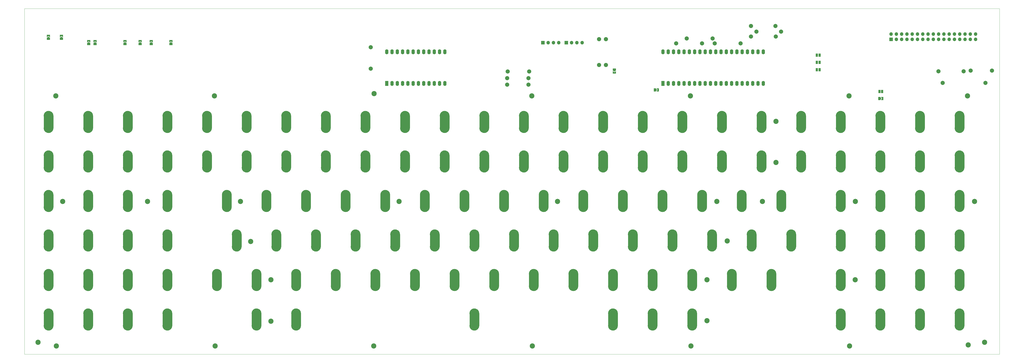
<source format=gbr>
%TF.GenerationSoftware,KiCad,Pcbnew,(6.0.5-0)*%
%TF.CreationDate,2022-06-05T23:28:28-04:00*%
%TF.ProjectId,SpaceCadet,53706163-6543-4616-9465-742e6b696361,rev?*%
%TF.SameCoordinates,Original*%
%TF.FileFunction,Soldermask,Top*%
%TF.FilePolarity,Negative*%
%FSLAX46Y46*%
G04 Gerber Fmt 4.6, Leading zero omitted, Abs format (unit mm)*
G04 Created by KiCad (PCBNEW (6.0.5-0)) date 2022-06-05 23:28:28*
%MOMM*%
%LPD*%
G01*
G04 APERTURE LIST*
G04 Aperture macros list*
%AMFreePoly0*
4,1,6,1.000000,0.000000,0.500000,-0.750000,-0.500000,-0.750000,-0.500000,0.750000,0.500000,0.750000,1.000000,0.000000,1.000000,0.000000,$1*%
%AMFreePoly1*
4,1,6,0.500000,-0.750000,-0.650000,-0.750000,-0.150000,0.000000,-0.650000,0.750000,0.500000,0.750000,0.500000,-0.750000,0.500000,-0.750000,$1*%
G04 Aperture macros list end*
%TA.AperFunction,Profile*%
%ADD10C,0.100000*%
%TD*%
%ADD11C,0.120000*%
%ADD12C,2.346000*%
%ADD13C,2.500000*%
%ADD14O,2.286000X1.300000*%
%ADD15C,2.000000*%
%ADD16R,1.600000X2.400000*%
%ADD17O,1.600000X2.400000*%
%ADD18R,1.700000X1.700000*%
%ADD19O,1.700000X1.700000*%
%ADD20FreePoly0,90.000000*%
%ADD21FreePoly1,90.000000*%
%ADD22FreePoly0,0.000000*%
%ADD23FreePoly1,0.000000*%
%ADD24R,1.000000X1.500000*%
%ADD25FreePoly0,270.000000*%
%ADD26FreePoly1,270.000000*%
G04 APERTURE END LIST*
D10*
X64250000Y-81300000D02*
X533250000Y-81300000D01*
X533250000Y-81300000D02*
X533250000Y-247900000D01*
X533250000Y-247900000D02*
X64250000Y-247900000D01*
X64250000Y-247900000D02*
X64250000Y-81300000D01*
D11*
%TO.C,SW91*%
X454539000Y-196034500D02*
X459111000Y-196034500D01*
X459111000Y-196034500D02*
X459111000Y-190065500D01*
X459111000Y-190065500D02*
X454539000Y-190065500D01*
X454539000Y-190065500D02*
X454539000Y-196034500D01*
G36*
X454539000Y-196034500D02*
G01*
X459111000Y-196034500D01*
X459111000Y-190065500D01*
X454539000Y-190065500D01*
X454539000Y-196034500D01*
G37*
D12*
X457998000Y-196034500D02*
G75*
G03*
X457998000Y-196034500I-1173000J0D01*
G01*
X457998000Y-190065500D02*
G75*
G03*
X457998000Y-190065500I-1173000J0D01*
G01*
D11*
%TO.C,SW73*%
X92589000Y-196034500D02*
X97161000Y-196034500D01*
X97161000Y-196034500D02*
X97161000Y-190065500D01*
X97161000Y-190065500D02*
X92589000Y-190065500D01*
X92589000Y-190065500D02*
X92589000Y-196034500D01*
G36*
X92589000Y-196034500D02*
G01*
X97161000Y-196034500D01*
X97161000Y-190065500D01*
X92589000Y-190065500D01*
X92589000Y-196034500D01*
G37*
D12*
X96048000Y-190065500D02*
G75*
G03*
X96048000Y-190065500I-1173000J0D01*
G01*
X96048000Y-196034500D02*
G75*
G03*
X96048000Y-196034500I-1173000J0D01*
G01*
D11*
%TO.C,SW104*%
X249751500Y-215084500D02*
X254323500Y-215084500D01*
X254323500Y-215084500D02*
X254323500Y-209115500D01*
X254323500Y-209115500D02*
X249751500Y-209115500D01*
X249751500Y-209115500D02*
X249751500Y-215084500D01*
G36*
X249751500Y-215084500D02*
G01*
X254323500Y-215084500D01*
X254323500Y-209115500D01*
X249751500Y-209115500D01*
X249751500Y-215084500D01*
G37*
D12*
X253210500Y-215084500D02*
G75*
G03*
X253210500Y-215084500I-1173000J0D01*
G01*
X253210500Y-209115500D02*
G75*
G03*
X253210500Y-209115500I-1173000J0D01*
G01*
D11*
%TO.C,SW31*%
X187839000Y-157934500D02*
X192411000Y-157934500D01*
X192411000Y-157934500D02*
X192411000Y-151965500D01*
X192411000Y-151965500D02*
X187839000Y-151965500D01*
X187839000Y-151965500D02*
X187839000Y-157934500D01*
G36*
X187839000Y-157934500D02*
G01*
X192411000Y-157934500D01*
X192411000Y-151965500D01*
X187839000Y-151965500D01*
X187839000Y-157934500D01*
G37*
D12*
X191298000Y-151965500D02*
G75*
G03*
X191298000Y-151965500I-1173000J0D01*
G01*
X191298000Y-157934500D02*
G75*
G03*
X191298000Y-157934500I-1173000J0D01*
G01*
D11*
%TO.C,SW7*%
X187839000Y-138884500D02*
X192411000Y-138884500D01*
X192411000Y-138884500D02*
X192411000Y-132915500D01*
X192411000Y-132915500D02*
X187839000Y-132915500D01*
X187839000Y-132915500D02*
X187839000Y-138884500D01*
G36*
X187839000Y-138884500D02*
G01*
X192411000Y-138884500D01*
X192411000Y-132915500D01*
X187839000Y-132915500D01*
X187839000Y-138884500D01*
G37*
D12*
X191298000Y-138884500D02*
G75*
G03*
X191298000Y-138884500I-1173000J0D01*
G01*
X191298000Y-132915500D02*
G75*
G03*
X191298000Y-132915500I-1173000J0D01*
G01*
D11*
%TO.C,SW112*%
X402151500Y-215084500D02*
X406723500Y-215084500D01*
X406723500Y-215084500D02*
X406723500Y-209115500D01*
X406723500Y-209115500D02*
X402151500Y-209115500D01*
X402151500Y-209115500D02*
X402151500Y-215084500D01*
G36*
X402151500Y-215084500D02*
G01*
X406723500Y-215084500D01*
X406723500Y-209115500D01*
X402151500Y-209115500D01*
X402151500Y-215084500D01*
G37*
D12*
X405610500Y-209115500D02*
G75*
G03*
X405610500Y-209115500I-1173000J0D01*
G01*
X405610500Y-215084500D02*
G75*
G03*
X405610500Y-215084500I-1173000J0D01*
G01*
D11*
%TO.C,SW113*%
X421201500Y-215084500D02*
X425773500Y-215084500D01*
X425773500Y-215084500D02*
X425773500Y-209115500D01*
X425773500Y-209115500D02*
X421201500Y-209115500D01*
X421201500Y-209115500D02*
X421201500Y-215084500D01*
G36*
X421201500Y-215084500D02*
G01*
X425773500Y-215084500D01*
X425773500Y-209115500D01*
X421201500Y-209115500D01*
X421201500Y-215084500D01*
G37*
D12*
X424660500Y-209115500D02*
G75*
G03*
X424660500Y-209115500I-1173000J0D01*
G01*
X424660500Y-215084500D02*
G75*
G03*
X424660500Y-215084500I-1173000J0D01*
G01*
D11*
%TO.C,SW127*%
X492639000Y-234134500D02*
X497211000Y-234134500D01*
X497211000Y-234134500D02*
X497211000Y-228165500D01*
X497211000Y-228165500D02*
X492639000Y-228165500D01*
X492639000Y-228165500D02*
X492639000Y-234134500D01*
G36*
X492639000Y-234134500D02*
G01*
X497211000Y-234134500D01*
X497211000Y-228165500D01*
X492639000Y-228165500D01*
X492639000Y-234134500D01*
G37*
D12*
X496098000Y-234134500D02*
G75*
G03*
X496098000Y-234134500I-1173000J0D01*
G01*
X496098000Y-228165500D02*
G75*
G03*
X496098000Y-228165500I-1173000J0D01*
G01*
D11*
%TO.C,SW1*%
X73539000Y-138884500D02*
X78111000Y-138884500D01*
X78111000Y-138884500D02*
X78111000Y-132915500D01*
X78111000Y-132915500D02*
X73539000Y-132915500D01*
X73539000Y-132915500D02*
X73539000Y-138884500D01*
G36*
X73539000Y-138884500D02*
G01*
X78111000Y-138884500D01*
X78111000Y-132915500D01*
X73539000Y-132915500D01*
X73539000Y-138884500D01*
G37*
D12*
X76998000Y-138884500D02*
G75*
G03*
X76998000Y-138884500I-1173000J0D01*
G01*
X76998000Y-132915500D02*
G75*
G03*
X76998000Y-132915500I-1173000J0D01*
G01*
D11*
%TO.C,SW10*%
X244989000Y-138884500D02*
X249561000Y-138884500D01*
X249561000Y-138884500D02*
X249561000Y-132915500D01*
X249561000Y-132915500D02*
X244989000Y-132915500D01*
X244989000Y-132915500D02*
X244989000Y-138884500D01*
G36*
X244989000Y-138884500D02*
G01*
X249561000Y-138884500D01*
X249561000Y-132915500D01*
X244989000Y-132915500D01*
X244989000Y-138884500D01*
G37*
D12*
X248448000Y-132915500D02*
G75*
G03*
X248448000Y-132915500I-1173000J0D01*
G01*
X248448000Y-138884500D02*
G75*
G03*
X248448000Y-138884500I-1173000J0D01*
G01*
D11*
%TO.C,SW59*%
X273564000Y-176984500D02*
X278136000Y-176984500D01*
X278136000Y-176984500D02*
X278136000Y-171015500D01*
X278136000Y-171015500D02*
X273564000Y-171015500D01*
X273564000Y-171015500D02*
X273564000Y-176984500D01*
G36*
X273564000Y-176984500D02*
G01*
X278136000Y-176984500D01*
X278136000Y-171015500D01*
X273564000Y-171015500D01*
X273564000Y-176984500D01*
G37*
D12*
X277023000Y-176984500D02*
G75*
G03*
X277023000Y-176984500I-1173000J0D01*
G01*
X277023000Y-171015500D02*
G75*
G03*
X277023000Y-171015500I-1173000J0D01*
G01*
D11*
%TO.C,SW98*%
X130689000Y-215084500D02*
X135261000Y-215084500D01*
X135261000Y-215084500D02*
X135261000Y-209115500D01*
X135261000Y-209115500D02*
X130689000Y-209115500D01*
X130689000Y-209115500D02*
X130689000Y-215084500D01*
G36*
X130689000Y-215084500D02*
G01*
X135261000Y-215084500D01*
X135261000Y-209115500D01*
X130689000Y-209115500D01*
X130689000Y-215084500D01*
G37*
D12*
X134148000Y-209115500D02*
G75*
G03*
X134148000Y-209115500I-1173000J0D01*
G01*
X134148000Y-215084500D02*
G75*
G03*
X134148000Y-215084500I-1173000J0D01*
G01*
D11*
%TO.C,SW93*%
X492639000Y-196034500D02*
X497211000Y-196034500D01*
X497211000Y-196034500D02*
X497211000Y-190065500D01*
X497211000Y-190065500D02*
X492639000Y-190065500D01*
X492639000Y-190065500D02*
X492639000Y-196034500D01*
G36*
X492639000Y-196034500D02*
G01*
X497211000Y-196034500D01*
X497211000Y-190065500D01*
X492639000Y-190065500D01*
X492639000Y-196034500D01*
G37*
D12*
X496098000Y-190065500D02*
G75*
G03*
X496098000Y-190065500I-1173000J0D01*
G01*
X496098000Y-196034500D02*
G75*
G03*
X496098000Y-196034500I-1173000J0D01*
G01*
D11*
%TO.C,SW119*%
X92589000Y-234134500D02*
X97161000Y-234134500D01*
X97161000Y-234134500D02*
X97161000Y-228165500D01*
X97161000Y-228165500D02*
X92589000Y-228165500D01*
X92589000Y-228165500D02*
X92589000Y-234134500D01*
G36*
X92589000Y-234134500D02*
G01*
X97161000Y-234134500D01*
X97161000Y-228165500D01*
X92589000Y-228165500D01*
X92589000Y-234134500D01*
G37*
D12*
X96048000Y-234134500D02*
G75*
G03*
X96048000Y-234134500I-1173000J0D01*
G01*
X96048000Y-228165500D02*
G75*
G03*
X96048000Y-228165500I-1173000J0D01*
G01*
D11*
%TO.C,SW57*%
X235464000Y-176984500D02*
X240036000Y-176984500D01*
X240036000Y-176984500D02*
X240036000Y-171015500D01*
X240036000Y-171015500D02*
X235464000Y-171015500D01*
X235464000Y-171015500D02*
X235464000Y-176984500D01*
G36*
X235464000Y-176984500D02*
G01*
X240036000Y-176984500D01*
X240036000Y-171015500D01*
X235464000Y-171015500D01*
X235464000Y-176984500D01*
G37*
D12*
X238923000Y-176984500D02*
G75*
G03*
X238923000Y-176984500I-1173000J0D01*
G01*
X238923000Y-171015500D02*
G75*
G03*
X238923000Y-171015500I-1173000J0D01*
G01*
D11*
%TO.C,SW92*%
X473589000Y-196034500D02*
X478161000Y-196034500D01*
X478161000Y-196034500D02*
X478161000Y-190065500D01*
X478161000Y-190065500D02*
X473589000Y-190065500D01*
X473589000Y-190065500D02*
X473589000Y-196034500D01*
G36*
X473589000Y-196034500D02*
G01*
X478161000Y-196034500D01*
X478161000Y-190065500D01*
X473589000Y-190065500D01*
X473589000Y-196034500D01*
G37*
D12*
X477048000Y-190065500D02*
G75*
G03*
X477048000Y-190065500I-1173000J0D01*
G01*
X477048000Y-196034500D02*
G75*
G03*
X477048000Y-196034500I-1173000J0D01*
G01*
D11*
%TO.C,SW83*%
X297376500Y-196034500D02*
X301948500Y-196034500D01*
X301948500Y-196034500D02*
X301948500Y-190065500D01*
X301948500Y-190065500D02*
X297376500Y-190065500D01*
X297376500Y-190065500D02*
X297376500Y-196034500D01*
G36*
X297376500Y-196034500D02*
G01*
X301948500Y-196034500D01*
X301948500Y-190065500D01*
X297376500Y-190065500D01*
X297376500Y-196034500D01*
G37*
D12*
X300835500Y-190065500D02*
G75*
G03*
X300835500Y-190065500I-1173000J0D01*
G01*
X300835500Y-196034500D02*
G75*
G03*
X300835500Y-196034500I-1173000J0D01*
G01*
D11*
%TO.C,SW97*%
X111639000Y-215084500D02*
X116211000Y-215084500D01*
X116211000Y-215084500D02*
X116211000Y-209115500D01*
X116211000Y-209115500D02*
X111639000Y-209115500D01*
X111639000Y-209115500D02*
X111639000Y-215084500D01*
G36*
X111639000Y-215084500D02*
G01*
X116211000Y-215084500D01*
X116211000Y-209115500D01*
X111639000Y-209115500D01*
X111639000Y-215084500D01*
G37*
D12*
X115098000Y-209115500D02*
G75*
G03*
X115098000Y-209115500I-1173000J0D01*
G01*
X115098000Y-215084500D02*
G75*
G03*
X115098000Y-215084500I-1173000J0D01*
G01*
D11*
%TO.C,SW76*%
X164026500Y-196034500D02*
X168598500Y-196034500D01*
X168598500Y-196034500D02*
X168598500Y-190065500D01*
X168598500Y-190065500D02*
X164026500Y-190065500D01*
X164026500Y-190065500D02*
X164026500Y-196034500D01*
G36*
X164026500Y-196034500D02*
G01*
X168598500Y-196034500D01*
X168598500Y-190065500D01*
X164026500Y-190065500D01*
X164026500Y-196034500D01*
G37*
D12*
X167485500Y-196034500D02*
G75*
G03*
X167485500Y-196034500I-1173000J0D01*
G01*
X167485500Y-190065500D02*
G75*
G03*
X167485500Y-190065500I-1173000J0D01*
G01*
D11*
%TO.C,SW110*%
X364051500Y-215084500D02*
X368623500Y-215084500D01*
X368623500Y-215084500D02*
X368623500Y-209115500D01*
X368623500Y-209115500D02*
X364051500Y-209115500D01*
X364051500Y-209115500D02*
X364051500Y-215084500D01*
G36*
X364051500Y-215084500D02*
G01*
X368623500Y-215084500D01*
X368623500Y-209115500D01*
X364051500Y-209115500D01*
X364051500Y-215084500D01*
G37*
D12*
X367510500Y-209115500D02*
G75*
G03*
X367510500Y-209115500I-1173000J0D01*
G01*
X367510500Y-215084500D02*
G75*
G03*
X367510500Y-215084500I-1173000J0D01*
G01*
D11*
%TO.C,SW128*%
X511689000Y-234134500D02*
X516261000Y-234134500D01*
X516261000Y-234134500D02*
X516261000Y-228165500D01*
X516261000Y-228165500D02*
X511689000Y-228165500D01*
X511689000Y-228165500D02*
X511689000Y-234134500D01*
G36*
X511689000Y-234134500D02*
G01*
X516261000Y-234134500D01*
X516261000Y-228165500D01*
X511689000Y-228165500D01*
X511689000Y-234134500D01*
G37*
D12*
X515148000Y-234134500D02*
G75*
G03*
X515148000Y-234134500I-1173000J0D01*
G01*
X515148000Y-228165500D02*
G75*
G03*
X515148000Y-228165500I-1173000J0D01*
G01*
D11*
%TO.C,SW55*%
X197364000Y-176984500D02*
X201936000Y-176984500D01*
X201936000Y-176984500D02*
X201936000Y-171015500D01*
X201936000Y-171015500D02*
X197364000Y-171015500D01*
X197364000Y-171015500D02*
X197364000Y-176984500D01*
G36*
X197364000Y-176984500D02*
G01*
X201936000Y-176984500D01*
X201936000Y-171015500D01*
X197364000Y-171015500D01*
X197364000Y-176984500D01*
G37*
D12*
X200823000Y-176984500D02*
G75*
G03*
X200823000Y-176984500I-1173000J0D01*
G01*
X200823000Y-171015500D02*
G75*
G03*
X200823000Y-171015500I-1173000J0D01*
G01*
D11*
%TO.C,SW5*%
X149739000Y-138884500D02*
X154311000Y-138884500D01*
X154311000Y-138884500D02*
X154311000Y-132915500D01*
X154311000Y-132915500D02*
X149739000Y-132915500D01*
X149739000Y-132915500D02*
X149739000Y-138884500D01*
G36*
X149739000Y-138884500D02*
G01*
X154311000Y-138884500D01*
X154311000Y-132915500D01*
X149739000Y-132915500D01*
X149739000Y-138884500D01*
G37*
D12*
X153198000Y-132915500D02*
G75*
G03*
X153198000Y-132915500I-1173000J0D01*
G01*
X153198000Y-138884500D02*
G75*
G03*
X153198000Y-138884500I-1173000J0D01*
G01*
D11*
%TO.C,SW105*%
X268801500Y-215084500D02*
X273373500Y-215084500D01*
X273373500Y-215084500D02*
X273373500Y-209115500D01*
X273373500Y-209115500D02*
X268801500Y-209115500D01*
X268801500Y-209115500D02*
X268801500Y-215084500D01*
G36*
X268801500Y-215084500D02*
G01*
X273373500Y-215084500D01*
X273373500Y-209115500D01*
X268801500Y-209115500D01*
X268801500Y-215084500D01*
G37*
D12*
X272260500Y-215084500D02*
G75*
G03*
X272260500Y-215084500I-1173000J0D01*
G01*
X272260500Y-209115500D02*
G75*
G03*
X272260500Y-209115500I-1173000J0D01*
G01*
D11*
%TO.C,SW33*%
X225939000Y-157934500D02*
X230511000Y-157934500D01*
X230511000Y-157934500D02*
X230511000Y-151965500D01*
X230511000Y-151965500D02*
X225939000Y-151965500D01*
X225939000Y-151965500D02*
X225939000Y-157934500D01*
G36*
X225939000Y-157934500D02*
G01*
X230511000Y-157934500D01*
X230511000Y-151965500D01*
X225939000Y-151965500D01*
X225939000Y-157934500D01*
G37*
D12*
X229398000Y-151965500D02*
G75*
G03*
X229398000Y-151965500I-1173000J0D01*
G01*
X229398000Y-157934500D02*
G75*
G03*
X229398000Y-157934500I-1173000J0D01*
G01*
D11*
%TO.C,SW86*%
X354526500Y-196034500D02*
X359098500Y-196034500D01*
X359098500Y-196034500D02*
X359098500Y-190065500D01*
X359098500Y-190065500D02*
X354526500Y-190065500D01*
X354526500Y-190065500D02*
X354526500Y-196034500D01*
G36*
X354526500Y-196034500D02*
G01*
X359098500Y-196034500D01*
X359098500Y-190065500D01*
X354526500Y-190065500D01*
X354526500Y-196034500D01*
G37*
D12*
X357985500Y-196034500D02*
G75*
G03*
X357985500Y-196034500I-1173000J0D01*
G01*
X357985500Y-190065500D02*
G75*
G03*
X357985500Y-190065500I-1173000J0D01*
G01*
D11*
%TO.C,SW61*%
X311664000Y-176984500D02*
X316236000Y-176984500D01*
X316236000Y-176984500D02*
X316236000Y-171015500D01*
X316236000Y-171015500D02*
X311664000Y-171015500D01*
X311664000Y-171015500D02*
X311664000Y-176984500D01*
G36*
X311664000Y-176984500D02*
G01*
X316236000Y-176984500D01*
X316236000Y-171015500D01*
X311664000Y-171015500D01*
X311664000Y-176984500D01*
G37*
D12*
X315123000Y-171015500D02*
G75*
G03*
X315123000Y-171015500I-1173000J0D01*
G01*
X315123000Y-176984500D02*
G75*
G03*
X315123000Y-176984500I-1173000J0D01*
G01*
D11*
%TO.C,SW8*%
X206889000Y-138884500D02*
X211461000Y-138884500D01*
X211461000Y-138884500D02*
X211461000Y-132915500D01*
X211461000Y-132915500D02*
X206889000Y-132915500D01*
X206889000Y-132915500D02*
X206889000Y-138884500D01*
G36*
X206889000Y-138884500D02*
G01*
X211461000Y-138884500D01*
X211461000Y-132915500D01*
X206889000Y-132915500D01*
X206889000Y-138884500D01*
G37*
D12*
X210348000Y-132915500D02*
G75*
G03*
X210348000Y-132915500I-1173000J0D01*
G01*
X210348000Y-138884500D02*
G75*
G03*
X210348000Y-138884500I-1173000J0D01*
G01*
D11*
%TO.C,SW15*%
X340239000Y-138884500D02*
X344811000Y-138884500D01*
X344811000Y-138884500D02*
X344811000Y-132915500D01*
X344811000Y-132915500D02*
X340239000Y-132915500D01*
X340239000Y-132915500D02*
X340239000Y-138884500D01*
G36*
X340239000Y-138884500D02*
G01*
X344811000Y-138884500D01*
X344811000Y-132915500D01*
X340239000Y-132915500D01*
X340239000Y-138884500D01*
G37*
D12*
X343698000Y-138884500D02*
G75*
G03*
X343698000Y-138884500I-1173000J0D01*
G01*
X343698000Y-132915500D02*
G75*
G03*
X343698000Y-132915500I-1173000J0D01*
G01*
D11*
%TO.C,SW69*%
X473589000Y-176984500D02*
X478161000Y-176984500D01*
X478161000Y-176984500D02*
X478161000Y-171015500D01*
X478161000Y-171015500D02*
X473589000Y-171015500D01*
X473589000Y-171015500D02*
X473589000Y-176984500D01*
G36*
X473589000Y-176984500D02*
G01*
X478161000Y-176984500D01*
X478161000Y-171015500D01*
X473589000Y-171015500D01*
X473589000Y-176984500D01*
G37*
D12*
X477048000Y-176984500D02*
G75*
G03*
X477048000Y-176984500I-1173000J0D01*
G01*
X477048000Y-171015500D02*
G75*
G03*
X477048000Y-171015500I-1173000J0D01*
G01*
D11*
%TO.C,SW50*%
X92589000Y-176984500D02*
X97161000Y-176984500D01*
X97161000Y-176984500D02*
X97161000Y-171015500D01*
X97161000Y-171015500D02*
X92589000Y-171015500D01*
X92589000Y-171015500D02*
X92589000Y-176984500D01*
G36*
X92589000Y-176984500D02*
G01*
X97161000Y-176984500D01*
X97161000Y-171015500D01*
X92589000Y-171015500D01*
X92589000Y-176984500D01*
G37*
D12*
X96048000Y-176984500D02*
G75*
G03*
X96048000Y-176984500I-1173000J0D01*
G01*
X96048000Y-171015500D02*
G75*
G03*
X96048000Y-171015500I-1173000J0D01*
G01*
D11*
%TO.C,SW44*%
X435489000Y-157934500D02*
X440061000Y-157934500D01*
X440061000Y-157934500D02*
X440061000Y-151965500D01*
X440061000Y-151965500D02*
X435489000Y-151965500D01*
X435489000Y-151965500D02*
X435489000Y-157934500D01*
G36*
X435489000Y-157934500D02*
G01*
X440061000Y-157934500D01*
X440061000Y-151965500D01*
X435489000Y-151965500D01*
X435489000Y-157934500D01*
G37*
D12*
X438948000Y-157934500D02*
G75*
G03*
X438948000Y-157934500I-1173000J0D01*
G01*
X438948000Y-151965500D02*
G75*
G03*
X438948000Y-151965500I-1173000J0D01*
G01*
D11*
%TO.C,SW115*%
X473589000Y-215084500D02*
X478161000Y-215084500D01*
X478161000Y-215084500D02*
X478161000Y-209115500D01*
X478161000Y-209115500D02*
X473589000Y-209115500D01*
X473589000Y-209115500D02*
X473589000Y-215084500D01*
G36*
X473589000Y-215084500D02*
G01*
X478161000Y-215084500D01*
X478161000Y-209115500D01*
X473589000Y-209115500D01*
X473589000Y-215084500D01*
G37*
D12*
X477048000Y-209115500D02*
G75*
G03*
X477048000Y-209115500I-1173000J0D01*
G01*
X477048000Y-215084500D02*
G75*
G03*
X477048000Y-215084500I-1173000J0D01*
G01*
D11*
%TO.C,SW16*%
X359289000Y-138884500D02*
X363861000Y-138884500D01*
X363861000Y-138884500D02*
X363861000Y-132915500D01*
X363861000Y-132915500D02*
X359289000Y-132915500D01*
X359289000Y-132915500D02*
X359289000Y-138884500D01*
G36*
X359289000Y-138884500D02*
G01*
X363861000Y-138884500D01*
X363861000Y-132915500D01*
X359289000Y-132915500D01*
X359289000Y-138884500D01*
G37*
D12*
X362748000Y-138884500D02*
G75*
G03*
X362748000Y-138884500I-1173000J0D01*
G01*
X362748000Y-132915500D02*
G75*
G03*
X362748000Y-132915500I-1173000J0D01*
G01*
D11*
%TO.C,SW19*%
X416439000Y-138884500D02*
X421011000Y-138884500D01*
X421011000Y-138884500D02*
X421011000Y-132915500D01*
X421011000Y-132915500D02*
X416439000Y-132915500D01*
X416439000Y-132915500D02*
X416439000Y-138884500D01*
G36*
X416439000Y-138884500D02*
G01*
X421011000Y-138884500D01*
X421011000Y-132915500D01*
X416439000Y-132915500D01*
X416439000Y-138884500D01*
G37*
D12*
X419898000Y-138884500D02*
G75*
G03*
X419898000Y-138884500I-1173000J0D01*
G01*
X419898000Y-132915500D02*
G75*
G03*
X419898000Y-132915500I-1173000J0D01*
G01*
D11*
%TO.C,SW120*%
X111639000Y-234134500D02*
X116211000Y-234134500D01*
X116211000Y-234134500D02*
X116211000Y-228165500D01*
X116211000Y-228165500D02*
X111639000Y-228165500D01*
X111639000Y-228165500D02*
X111639000Y-234134500D01*
G36*
X111639000Y-234134500D02*
G01*
X116211000Y-234134500D01*
X116211000Y-228165500D01*
X111639000Y-228165500D01*
X111639000Y-234134500D01*
G37*
D12*
X115098000Y-228165500D02*
G75*
G03*
X115098000Y-228165500I-1173000J0D01*
G01*
X115098000Y-234134500D02*
G75*
G03*
X115098000Y-234134500I-1173000J0D01*
G01*
D11*
%TO.C,SW49*%
X73539000Y-176984500D02*
X78111000Y-176984500D01*
X78111000Y-176984500D02*
X78111000Y-171015500D01*
X78111000Y-171015500D02*
X73539000Y-171015500D01*
X73539000Y-171015500D02*
X73539000Y-176984500D01*
G36*
X73539000Y-176984500D02*
G01*
X78111000Y-176984500D01*
X78111000Y-171015500D01*
X73539000Y-171015500D01*
X73539000Y-176984500D01*
G37*
D12*
X76998000Y-171015500D02*
G75*
G03*
X76998000Y-171015500I-1173000J0D01*
G01*
X76998000Y-176984500D02*
G75*
G03*
X76998000Y-176984500I-1173000J0D01*
G01*
D11*
%TO.C,SW70*%
X492639000Y-176984500D02*
X497211000Y-176984500D01*
X497211000Y-176984500D02*
X497211000Y-171015500D01*
X497211000Y-171015500D02*
X492639000Y-171015500D01*
X492639000Y-171015500D02*
X492639000Y-176984500D01*
G36*
X492639000Y-176984500D02*
G01*
X497211000Y-176984500D01*
X497211000Y-171015500D01*
X492639000Y-171015500D01*
X492639000Y-176984500D01*
G37*
D12*
X496098000Y-176984500D02*
G75*
G03*
X496098000Y-176984500I-1173000J0D01*
G01*
X496098000Y-171015500D02*
G75*
G03*
X496098000Y-171015500I-1173000J0D01*
G01*
D11*
%TO.C,SW28*%
X130689000Y-157934500D02*
X135261000Y-157934500D01*
X135261000Y-157934500D02*
X135261000Y-151965500D01*
X135261000Y-151965500D02*
X130689000Y-151965500D01*
X130689000Y-151965500D02*
X130689000Y-157934500D01*
G36*
X130689000Y-157934500D02*
G01*
X135261000Y-157934500D01*
X135261000Y-151965500D01*
X130689000Y-151965500D01*
X130689000Y-157934500D01*
G37*
D12*
X134148000Y-157934500D02*
G75*
G03*
X134148000Y-157934500I-1173000J0D01*
G01*
X134148000Y-151965500D02*
G75*
G03*
X134148000Y-151965500I-1173000J0D01*
G01*
D11*
%TO.C,SW54*%
X178314000Y-176984500D02*
X182886000Y-176984500D01*
X182886000Y-176984500D02*
X182886000Y-171015500D01*
X182886000Y-171015500D02*
X178314000Y-171015500D01*
X178314000Y-171015500D02*
X178314000Y-176984500D01*
G36*
X178314000Y-176984500D02*
G01*
X182886000Y-176984500D01*
X182886000Y-171015500D01*
X178314000Y-171015500D01*
X178314000Y-176984500D01*
G37*
D12*
X181773000Y-171015500D02*
G75*
G03*
X181773000Y-171015500I-1173000J0D01*
G01*
X181773000Y-176984500D02*
G75*
G03*
X181773000Y-176984500I-1173000J0D01*
G01*
D11*
%TO.C,SW67*%
X425964000Y-176984500D02*
X430536000Y-176984500D01*
X430536000Y-176984500D02*
X430536000Y-171015500D01*
X430536000Y-171015500D02*
X425964000Y-171015500D01*
X425964000Y-171015500D02*
X425964000Y-176984500D01*
G36*
X425964000Y-176984500D02*
G01*
X430536000Y-176984500D01*
X430536000Y-171015500D01*
X425964000Y-171015500D01*
X425964000Y-176984500D01*
G37*
D12*
X429423000Y-171015500D02*
G75*
G03*
X429423000Y-171015500I-1173000J0D01*
G01*
X429423000Y-176984500D02*
G75*
G03*
X429423000Y-176984500I-1173000J0D01*
G01*
D11*
%TO.C,SW56*%
X216414000Y-176984500D02*
X220986000Y-176984500D01*
X220986000Y-176984500D02*
X220986000Y-171015500D01*
X220986000Y-171015500D02*
X216414000Y-171015500D01*
X216414000Y-171015500D02*
X216414000Y-176984500D01*
G36*
X216414000Y-176984500D02*
G01*
X220986000Y-176984500D01*
X220986000Y-171015500D01*
X216414000Y-171015500D01*
X216414000Y-176984500D01*
G37*
D12*
X219873000Y-176984500D02*
G75*
G03*
X219873000Y-176984500I-1173000J0D01*
G01*
X219873000Y-171015500D02*
G75*
G03*
X219873000Y-171015500I-1173000J0D01*
G01*
D11*
%TO.C,SW89*%
X411676500Y-196034500D02*
X416248500Y-196034500D01*
X416248500Y-196034500D02*
X416248500Y-190065500D01*
X416248500Y-190065500D02*
X411676500Y-190065500D01*
X411676500Y-190065500D02*
X411676500Y-196034500D01*
G36*
X411676500Y-196034500D02*
G01*
X416248500Y-196034500D01*
X416248500Y-190065500D01*
X411676500Y-190065500D01*
X411676500Y-196034500D01*
G37*
D12*
X415135500Y-196034500D02*
G75*
G03*
X415135500Y-196034500I-1173000J0D01*
G01*
X415135500Y-190065500D02*
G75*
G03*
X415135500Y-190065500I-1173000J0D01*
G01*
D11*
%TO.C,SW48*%
X511689000Y-157934500D02*
X516261000Y-157934500D01*
X516261000Y-157934500D02*
X516261000Y-151965500D01*
X516261000Y-151965500D02*
X511689000Y-151965500D01*
X511689000Y-151965500D02*
X511689000Y-157934500D01*
G36*
X511689000Y-157934500D02*
G01*
X516261000Y-157934500D01*
X516261000Y-151965500D01*
X511689000Y-151965500D01*
X511689000Y-157934500D01*
G37*
D12*
X515148000Y-151965500D02*
G75*
G03*
X515148000Y-151965500I-1173000J0D01*
G01*
X515148000Y-157934500D02*
G75*
G03*
X515148000Y-157934500I-1173000J0D01*
G01*
D11*
%TO.C,SW122*%
X173551500Y-234134500D02*
X178123500Y-234134500D01*
X178123500Y-234134500D02*
X178123500Y-228165500D01*
X178123500Y-228165500D02*
X173551500Y-228165500D01*
X173551500Y-228165500D02*
X173551500Y-234134500D01*
G36*
X173551500Y-234134500D02*
G01*
X178123500Y-234134500D01*
X178123500Y-228165500D01*
X173551500Y-228165500D01*
X173551500Y-234134500D01*
G37*
D12*
X177010500Y-228165500D02*
G75*
G03*
X177010500Y-228165500I-1173000J0D01*
G01*
X177010500Y-234134500D02*
G75*
G03*
X177010500Y-234134500I-1173000J0D01*
G01*
D11*
%TO.C,SW84*%
X316426500Y-196034500D02*
X320998500Y-196034500D01*
X320998500Y-196034500D02*
X320998500Y-190065500D01*
X320998500Y-190065500D02*
X316426500Y-190065500D01*
X316426500Y-190065500D02*
X316426500Y-196034500D01*
G36*
X316426500Y-196034500D02*
G01*
X320998500Y-196034500D01*
X320998500Y-190065500D01*
X316426500Y-190065500D01*
X316426500Y-196034500D01*
G37*
D12*
X319885500Y-196034500D02*
G75*
G03*
X319885500Y-196034500I-1173000J0D01*
G01*
X319885500Y-190065500D02*
G75*
G03*
X319885500Y-190065500I-1173000J0D01*
G01*
D11*
%TO.C,SW123*%
X278326500Y-234134500D02*
X282898500Y-234134500D01*
X282898500Y-234134500D02*
X282898500Y-228165500D01*
X282898500Y-228165500D02*
X278326500Y-228165500D01*
X278326500Y-228165500D02*
X278326500Y-234134500D01*
G36*
X278326500Y-234134500D02*
G01*
X282898500Y-234134500D01*
X282898500Y-228165500D01*
X278326500Y-228165500D01*
X278326500Y-234134500D01*
G37*
D12*
X281785500Y-228165500D02*
G75*
G03*
X281785500Y-228165500I-1173000J0D01*
G01*
X281785500Y-234134500D02*
G75*
G03*
X281785500Y-234134500I-1173000J0D01*
G01*
D11*
%TO.C,SW62*%
X330714000Y-176984500D02*
X335286000Y-176984500D01*
X335286000Y-176984500D02*
X335286000Y-171015500D01*
X335286000Y-171015500D02*
X330714000Y-171015500D01*
X330714000Y-171015500D02*
X330714000Y-176984500D01*
G36*
X330714000Y-176984500D02*
G01*
X335286000Y-176984500D01*
X335286000Y-171015500D01*
X330714000Y-171015500D01*
X330714000Y-176984500D01*
G37*
D12*
X334173000Y-176984500D02*
G75*
G03*
X334173000Y-176984500I-1173000J0D01*
G01*
X334173000Y-171015500D02*
G75*
G03*
X334173000Y-171015500I-1173000J0D01*
G01*
D11*
%TO.C,SW100*%
X173551500Y-215084500D02*
X178123500Y-215084500D01*
X178123500Y-215084500D02*
X178123500Y-209115500D01*
X178123500Y-209115500D02*
X173551500Y-209115500D01*
X173551500Y-209115500D02*
X173551500Y-215084500D01*
G36*
X173551500Y-215084500D02*
G01*
X178123500Y-215084500D01*
X178123500Y-209115500D01*
X173551500Y-209115500D01*
X173551500Y-215084500D01*
G37*
D12*
X177010500Y-209115500D02*
G75*
G03*
X177010500Y-209115500I-1173000J0D01*
G01*
X177010500Y-215084500D02*
G75*
G03*
X177010500Y-215084500I-1173000J0D01*
G01*
D11*
%TO.C,SW22*%
X473589000Y-138884500D02*
X478161000Y-138884500D01*
X478161000Y-138884500D02*
X478161000Y-132915500D01*
X478161000Y-132915500D02*
X473589000Y-132915500D01*
X473589000Y-132915500D02*
X473589000Y-138884500D01*
G36*
X473589000Y-138884500D02*
G01*
X478161000Y-138884500D01*
X478161000Y-132915500D01*
X473589000Y-132915500D01*
X473589000Y-138884500D01*
G37*
D12*
X477048000Y-132915500D02*
G75*
G03*
X477048000Y-132915500I-1173000J0D01*
G01*
X477048000Y-138884500D02*
G75*
G03*
X477048000Y-138884500I-1173000J0D01*
G01*
D11*
%TO.C,SW116*%
X492639000Y-215084500D02*
X497211000Y-215084500D01*
X497211000Y-215084500D02*
X497211000Y-209115500D01*
X497211000Y-209115500D02*
X492639000Y-209115500D01*
X492639000Y-209115500D02*
X492639000Y-215084500D01*
G36*
X492639000Y-215084500D02*
G01*
X497211000Y-215084500D01*
X497211000Y-209115500D01*
X492639000Y-209115500D01*
X492639000Y-215084500D01*
G37*
D12*
X496098000Y-215084500D02*
G75*
G03*
X496098000Y-215084500I-1173000J0D01*
G01*
X496098000Y-209115500D02*
G75*
G03*
X496098000Y-209115500I-1173000J0D01*
G01*
D11*
%TO.C,SW32*%
X206889000Y-157934500D02*
X211461000Y-157934500D01*
X211461000Y-157934500D02*
X211461000Y-151965500D01*
X211461000Y-151965500D02*
X206889000Y-151965500D01*
X206889000Y-151965500D02*
X206889000Y-157934500D01*
G36*
X206889000Y-157934500D02*
G01*
X211461000Y-157934500D01*
X211461000Y-151965500D01*
X206889000Y-151965500D01*
X206889000Y-157934500D01*
G37*
D12*
X210348000Y-151965500D02*
G75*
G03*
X210348000Y-151965500I-1173000J0D01*
G01*
X210348000Y-157934500D02*
G75*
G03*
X210348000Y-157934500I-1173000J0D01*
G01*
D11*
%TO.C,SW51*%
X111639000Y-176984500D02*
X116211000Y-176984500D01*
X116211000Y-176984500D02*
X116211000Y-171015500D01*
X116211000Y-171015500D02*
X111639000Y-171015500D01*
X111639000Y-171015500D02*
X111639000Y-176984500D01*
G36*
X111639000Y-176984500D02*
G01*
X116211000Y-176984500D01*
X116211000Y-171015500D01*
X111639000Y-171015500D01*
X111639000Y-176984500D01*
G37*
D12*
X115098000Y-176984500D02*
G75*
G03*
X115098000Y-176984500I-1173000J0D01*
G01*
X115098000Y-171015500D02*
G75*
G03*
X115098000Y-171015500I-1173000J0D01*
G01*
D11*
%TO.C,SW24*%
X511689000Y-138884500D02*
X516261000Y-138884500D01*
X516261000Y-138884500D02*
X516261000Y-132915500D01*
X516261000Y-132915500D02*
X511689000Y-132915500D01*
X511689000Y-132915500D02*
X511689000Y-138884500D01*
G36*
X511689000Y-138884500D02*
G01*
X516261000Y-138884500D01*
X516261000Y-132915500D01*
X511689000Y-132915500D01*
X511689000Y-138884500D01*
G37*
D12*
X515148000Y-132915500D02*
G75*
G03*
X515148000Y-132915500I-1173000J0D01*
G01*
X515148000Y-138884500D02*
G75*
G03*
X515148000Y-138884500I-1173000J0D01*
G01*
D11*
%TO.C,SW14*%
X321189034Y-138884508D02*
X325761034Y-138884508D01*
X325761034Y-138884508D02*
X325761034Y-132915508D01*
X325761034Y-132915508D02*
X321189034Y-132915508D01*
X321189034Y-132915508D02*
X321189034Y-138884508D01*
G36*
X321189034Y-138884508D02*
G01*
X325761034Y-138884508D01*
X325761034Y-132915508D01*
X321189034Y-132915508D01*
X321189034Y-138884508D01*
G37*
D12*
X324648034Y-132915508D02*
G75*
G03*
X324648034Y-132915508I-1173000J0D01*
G01*
X324648034Y-138884508D02*
G75*
G03*
X324648034Y-138884508I-1173000J0D01*
G01*
D11*
%TO.C,SW40*%
X359289000Y-157934500D02*
X363861000Y-157934500D01*
X363861000Y-157934500D02*
X363861000Y-151965500D01*
X363861000Y-151965500D02*
X359289000Y-151965500D01*
X359289000Y-151965500D02*
X359289000Y-157934500D01*
G36*
X359289000Y-157934500D02*
G01*
X363861000Y-157934500D01*
X363861000Y-151965500D01*
X359289000Y-151965500D01*
X359289000Y-157934500D01*
G37*
D12*
X362748000Y-151965500D02*
G75*
G03*
X362748000Y-151965500I-1173000J0D01*
G01*
X362748000Y-157934500D02*
G75*
G03*
X362748000Y-157934500I-1173000J0D01*
G01*
D11*
%TO.C,SW64*%
X368814000Y-176984500D02*
X373386000Y-176984500D01*
X373386000Y-176984500D02*
X373386000Y-171015500D01*
X373386000Y-171015500D02*
X368814000Y-171015500D01*
X368814000Y-171015500D02*
X368814000Y-176984500D01*
G36*
X368814000Y-176984500D02*
G01*
X373386000Y-176984500D01*
X373386000Y-171015500D01*
X368814000Y-171015500D01*
X368814000Y-176984500D01*
G37*
D12*
X372273000Y-171015500D02*
G75*
G03*
X372273000Y-171015500I-1173000J0D01*
G01*
X372273000Y-176984500D02*
G75*
G03*
X372273000Y-176984500I-1173000J0D01*
G01*
D11*
%TO.C,SW95*%
X73539000Y-215084500D02*
X78111000Y-215084500D01*
X78111000Y-215084500D02*
X78111000Y-209115500D01*
X78111000Y-209115500D02*
X73539000Y-209115500D01*
X73539000Y-209115500D02*
X73539000Y-215084500D01*
G36*
X73539000Y-215084500D02*
G01*
X78111000Y-215084500D01*
X78111000Y-209115500D01*
X73539000Y-209115500D01*
X73539000Y-215084500D01*
G37*
D12*
X76998000Y-209115500D02*
G75*
G03*
X76998000Y-209115500I-1173000J0D01*
G01*
X76998000Y-215084500D02*
G75*
G03*
X76998000Y-215084500I-1173000J0D01*
G01*
D11*
%TO.C,SW82*%
X278326500Y-196034500D02*
X282898500Y-196034500D01*
X282898500Y-196034500D02*
X282898500Y-190065500D01*
X282898500Y-190065500D02*
X278326500Y-190065500D01*
X278326500Y-190065500D02*
X278326500Y-196034500D01*
G36*
X278326500Y-196034500D02*
G01*
X282898500Y-196034500D01*
X282898500Y-190065500D01*
X278326500Y-190065500D01*
X278326500Y-196034500D01*
G37*
D12*
X281785500Y-196034500D02*
G75*
G03*
X281785500Y-196034500I-1173000J0D01*
G01*
X281785500Y-190065500D02*
G75*
G03*
X281785500Y-190065500I-1173000J0D01*
G01*
D11*
%TO.C,SW17*%
X378339000Y-138884500D02*
X382911000Y-138884500D01*
X382911000Y-138884500D02*
X382911000Y-132915500D01*
X382911000Y-132915500D02*
X378339000Y-132915500D01*
X378339000Y-132915500D02*
X378339000Y-138884500D01*
G36*
X378339000Y-138884500D02*
G01*
X382911000Y-138884500D01*
X382911000Y-132915500D01*
X378339000Y-132915500D01*
X378339000Y-138884500D01*
G37*
D12*
X381798000Y-132915500D02*
G75*
G03*
X381798000Y-132915500I-1173000J0D01*
G01*
X381798000Y-138884500D02*
G75*
G03*
X381798000Y-138884500I-1173000J0D01*
G01*
D11*
%TO.C,SW87*%
X373576500Y-196034500D02*
X378148500Y-196034500D01*
X378148500Y-196034500D02*
X378148500Y-190065500D01*
X378148500Y-190065500D02*
X373576500Y-190065500D01*
X373576500Y-190065500D02*
X373576500Y-196034500D01*
G36*
X373576500Y-196034500D02*
G01*
X378148500Y-196034500D01*
X378148500Y-190065500D01*
X373576500Y-190065500D01*
X373576500Y-196034500D01*
G37*
D12*
X377035500Y-190065500D02*
G75*
G03*
X377035500Y-190065500I-1173000J0D01*
G01*
X377035500Y-196034500D02*
G75*
G03*
X377035500Y-196034500I-1173000J0D01*
G01*
D11*
%TO.C,SW99*%
X154501500Y-215084500D02*
X159073500Y-215084500D01*
X159073500Y-215084500D02*
X159073500Y-209115500D01*
X159073500Y-209115500D02*
X154501500Y-209115500D01*
X154501500Y-209115500D02*
X154501500Y-215084500D01*
G36*
X154501500Y-215084500D02*
G01*
X159073500Y-215084500D01*
X159073500Y-209115500D01*
X154501500Y-209115500D01*
X154501500Y-215084500D01*
G37*
D12*
X157960500Y-215084500D02*
G75*
G03*
X157960500Y-215084500I-1173000J0D01*
G01*
X157960500Y-209115500D02*
G75*
G03*
X157960500Y-209115500I-1173000J0D01*
G01*
D11*
%TO.C,SW124*%
X364051500Y-234134500D02*
X368623500Y-234134500D01*
X368623500Y-234134500D02*
X368623500Y-228165500D01*
X368623500Y-228165500D02*
X364051500Y-228165500D01*
X364051500Y-228165500D02*
X364051500Y-234134500D01*
G36*
X364051500Y-234134500D02*
G01*
X368623500Y-234134500D01*
X368623500Y-228165500D01*
X364051500Y-228165500D01*
X364051500Y-234134500D01*
G37*
D12*
X367510500Y-234134500D02*
G75*
G03*
X367510500Y-234134500I-1173000J0D01*
G01*
X367510500Y-228165500D02*
G75*
G03*
X367510500Y-228165500I-1173000J0D01*
G01*
D11*
%TO.C,SW88*%
X392626500Y-196034500D02*
X397198500Y-196034500D01*
X397198500Y-196034500D02*
X397198500Y-190065500D01*
X397198500Y-190065500D02*
X392626500Y-190065500D01*
X392626500Y-190065500D02*
X392626500Y-196034500D01*
G36*
X392626500Y-196034500D02*
G01*
X397198500Y-196034500D01*
X397198500Y-190065500D01*
X392626500Y-190065500D01*
X392626500Y-196034500D01*
G37*
D12*
X396085500Y-196034500D02*
G75*
G03*
X396085500Y-196034500I-1173000J0D01*
G01*
X396085500Y-190065500D02*
G75*
G03*
X396085500Y-190065500I-1173000J0D01*
G01*
D11*
%TO.C,SW90*%
X430726500Y-196034500D02*
X435298500Y-196034500D01*
X435298500Y-196034500D02*
X435298500Y-190065500D01*
X435298500Y-190065500D02*
X430726500Y-190065500D01*
X430726500Y-190065500D02*
X430726500Y-196034500D01*
G36*
X430726500Y-196034500D02*
G01*
X435298500Y-196034500D01*
X435298500Y-190065500D01*
X430726500Y-190065500D01*
X430726500Y-196034500D01*
G37*
D12*
X434185500Y-190065500D02*
G75*
G03*
X434185500Y-190065500I-1173000J0D01*
G01*
X434185500Y-196034500D02*
G75*
G03*
X434185500Y-196034500I-1173000J0D01*
G01*
D11*
%TO.C,SW107*%
X306901500Y-215084500D02*
X311473500Y-215084500D01*
X311473500Y-215084500D02*
X311473500Y-209115500D01*
X311473500Y-209115500D02*
X306901500Y-209115500D01*
X306901500Y-209115500D02*
X306901500Y-215084500D01*
G36*
X306901500Y-215084500D02*
G01*
X311473500Y-215084500D01*
X311473500Y-209115500D01*
X306901500Y-209115500D01*
X306901500Y-215084500D01*
G37*
D12*
X310360500Y-215084500D02*
G75*
G03*
X310360500Y-215084500I-1173000J0D01*
G01*
X310360500Y-209115500D02*
G75*
G03*
X310360500Y-209115500I-1173000J0D01*
G01*
D11*
%TO.C,SW101*%
X192601500Y-215084500D02*
X197173500Y-215084500D01*
X197173500Y-215084500D02*
X197173500Y-209115500D01*
X197173500Y-209115500D02*
X192601500Y-209115500D01*
X192601500Y-209115500D02*
X192601500Y-215084500D01*
G36*
X192601500Y-215084500D02*
G01*
X197173500Y-215084500D01*
X197173500Y-209115500D01*
X192601500Y-209115500D01*
X192601500Y-215084500D01*
G37*
D12*
X196060500Y-215084500D02*
G75*
G03*
X196060500Y-215084500I-1173000J0D01*
G01*
X196060500Y-209115500D02*
G75*
G03*
X196060500Y-209115500I-1173000J0D01*
G01*
D11*
%TO.C,SW46*%
X473589000Y-157934500D02*
X478161000Y-157934500D01*
X478161000Y-157934500D02*
X478161000Y-151965500D01*
X478161000Y-151965500D02*
X473589000Y-151965500D01*
X473589000Y-151965500D02*
X473589000Y-157934500D01*
G36*
X473589000Y-157934500D02*
G01*
X478161000Y-157934500D01*
X478161000Y-151965500D01*
X473589000Y-151965500D01*
X473589000Y-157934500D01*
G37*
D12*
X477048000Y-157934500D02*
G75*
G03*
X477048000Y-157934500I-1173000J0D01*
G01*
X477048000Y-151965500D02*
G75*
G03*
X477048000Y-151965500I-1173000J0D01*
G01*
D11*
%TO.C,SW109*%
X345001500Y-215084500D02*
X349573500Y-215084500D01*
X349573500Y-215084500D02*
X349573500Y-209115500D01*
X349573500Y-209115500D02*
X345001500Y-209115500D01*
X345001500Y-209115500D02*
X345001500Y-215084500D01*
G36*
X345001500Y-215084500D02*
G01*
X349573500Y-215084500D01*
X349573500Y-209115500D01*
X345001500Y-209115500D01*
X345001500Y-215084500D01*
G37*
D12*
X348460500Y-209115500D02*
G75*
G03*
X348460500Y-209115500I-1173000J0D01*
G01*
X348460500Y-215084500D02*
G75*
G03*
X348460500Y-215084500I-1173000J0D01*
G01*
D11*
%TO.C,SW66*%
X406914000Y-176984500D02*
X411486000Y-176984500D01*
X411486000Y-176984500D02*
X411486000Y-171015500D01*
X411486000Y-171015500D02*
X406914000Y-171015500D01*
X406914000Y-171015500D02*
X406914000Y-176984500D01*
G36*
X406914000Y-176984500D02*
G01*
X411486000Y-176984500D01*
X411486000Y-171015500D01*
X406914000Y-171015500D01*
X406914000Y-176984500D01*
G37*
D12*
X410373000Y-176984500D02*
G75*
G03*
X410373000Y-176984500I-1173000J0D01*
G01*
X410373000Y-171015500D02*
G75*
G03*
X410373000Y-171015500I-1173000J0D01*
G01*
D11*
%TO.C,SW79*%
X221176500Y-196034500D02*
X225748500Y-196034500D01*
X225748500Y-196034500D02*
X225748500Y-190065500D01*
X225748500Y-190065500D02*
X221176500Y-190065500D01*
X221176500Y-190065500D02*
X221176500Y-196034500D01*
G36*
X221176500Y-196034500D02*
G01*
X225748500Y-196034500D01*
X225748500Y-190065500D01*
X221176500Y-190065500D01*
X221176500Y-196034500D01*
G37*
D12*
X224635500Y-196034500D02*
G75*
G03*
X224635500Y-196034500I-1173000J0D01*
G01*
X224635500Y-190065500D02*
G75*
G03*
X224635500Y-190065500I-1173000J0D01*
G01*
D11*
%TO.C,SW102*%
X211651500Y-215084500D02*
X216223500Y-215084500D01*
X216223500Y-215084500D02*
X216223500Y-209115500D01*
X216223500Y-209115500D02*
X211651500Y-209115500D01*
X211651500Y-209115500D02*
X211651500Y-215084500D01*
G36*
X211651500Y-215084500D02*
G01*
X216223500Y-215084500D01*
X216223500Y-209115500D01*
X211651500Y-209115500D01*
X211651500Y-215084500D01*
G37*
D12*
X215110500Y-215084500D02*
G75*
G03*
X215110500Y-215084500I-1173000J0D01*
G01*
X215110500Y-209115500D02*
G75*
G03*
X215110500Y-209115500I-1173000J0D01*
G01*
D11*
%TO.C,SW85*%
X335476500Y-196034500D02*
X340048500Y-196034500D01*
X340048500Y-196034500D02*
X340048500Y-190065500D01*
X340048500Y-190065500D02*
X335476500Y-190065500D01*
X335476500Y-190065500D02*
X335476500Y-196034500D01*
G36*
X335476500Y-196034500D02*
G01*
X340048500Y-196034500D01*
X340048500Y-190065500D01*
X335476500Y-190065500D01*
X335476500Y-196034500D01*
G37*
D12*
X338935500Y-190065500D02*
G75*
G03*
X338935500Y-190065500I-1173000J0D01*
G01*
X338935500Y-196034500D02*
G75*
G03*
X338935500Y-196034500I-1173000J0D01*
G01*
D11*
%TO.C,SW121*%
X130689000Y-234134500D02*
X135261000Y-234134500D01*
X135261000Y-234134500D02*
X135261000Y-228165500D01*
X135261000Y-228165500D02*
X130689000Y-228165500D01*
X130689000Y-228165500D02*
X130689000Y-234134500D01*
G36*
X130689000Y-234134500D02*
G01*
X135261000Y-234134500D01*
X135261000Y-228165500D01*
X130689000Y-228165500D01*
X130689000Y-234134500D01*
G37*
D12*
X134148000Y-228165500D02*
G75*
G03*
X134148000Y-228165500I-1173000J0D01*
G01*
X134148000Y-234134500D02*
G75*
G03*
X134148000Y-234134500I-1173000J0D01*
G01*
D11*
%TO.C,SW52*%
X130689000Y-176984500D02*
X135261000Y-176984500D01*
X135261000Y-176984500D02*
X135261000Y-171015500D01*
X135261000Y-171015500D02*
X130689000Y-171015500D01*
X130689000Y-171015500D02*
X130689000Y-176984500D01*
G36*
X130689000Y-176984500D02*
G01*
X135261000Y-176984500D01*
X135261000Y-171015500D01*
X130689000Y-171015500D01*
X130689000Y-176984500D01*
G37*
D12*
X134148000Y-176984500D02*
G75*
G03*
X134148000Y-176984500I-1173000J0D01*
G01*
X134148000Y-171015500D02*
G75*
G03*
X134148000Y-171015500I-1173000J0D01*
G01*
D11*
%TO.C,SW23*%
X492639000Y-138884500D02*
X497211000Y-138884500D01*
X497211000Y-138884500D02*
X497211000Y-132915500D01*
X497211000Y-132915500D02*
X492639000Y-132915500D01*
X492639000Y-132915500D02*
X492639000Y-138884500D01*
G36*
X492639000Y-138884500D02*
G01*
X497211000Y-138884500D01*
X497211000Y-132915500D01*
X492639000Y-132915500D01*
X492639000Y-138884500D01*
G37*
D12*
X496098000Y-138884500D02*
G75*
G03*
X496098000Y-138884500I-1173000J0D01*
G01*
X496098000Y-132915500D02*
G75*
G03*
X496098000Y-132915500I-1173000J0D01*
G01*
D11*
%TO.C,SW21*%
X454539000Y-138884500D02*
X459111000Y-138884500D01*
X459111000Y-138884500D02*
X459111000Y-132915500D01*
X459111000Y-132915500D02*
X454539000Y-132915500D01*
X454539000Y-132915500D02*
X454539000Y-138884500D01*
G36*
X454539000Y-138884500D02*
G01*
X459111000Y-138884500D01*
X459111000Y-132915500D01*
X454539000Y-132915500D01*
X454539000Y-138884500D01*
G37*
D12*
X457998000Y-132915500D02*
G75*
G03*
X457998000Y-132915500I-1173000J0D01*
G01*
X457998000Y-138884500D02*
G75*
G03*
X457998000Y-138884500I-1173000J0D01*
G01*
D11*
%TO.C,SW68*%
X454539000Y-176984500D02*
X459111000Y-176984500D01*
X459111000Y-176984500D02*
X459111000Y-171015500D01*
X459111000Y-171015500D02*
X454539000Y-171015500D01*
X454539000Y-171015500D02*
X454539000Y-176984500D01*
G36*
X454539000Y-176984500D02*
G01*
X459111000Y-176984500D01*
X459111000Y-171015500D01*
X454539000Y-171015500D01*
X454539000Y-176984500D01*
G37*
D12*
X457998000Y-171015500D02*
G75*
G03*
X457998000Y-171015500I-1173000J0D01*
G01*
X457998000Y-176984500D02*
G75*
G03*
X457998000Y-176984500I-1173000J0D01*
G01*
D11*
%TO.C,SW12*%
X283089000Y-138884500D02*
X287661000Y-138884500D01*
X287661000Y-138884500D02*
X287661000Y-132915500D01*
X287661000Y-132915500D02*
X283089000Y-132915500D01*
X283089000Y-132915500D02*
X283089000Y-138884500D01*
G36*
X283089000Y-138884500D02*
G01*
X287661000Y-138884500D01*
X287661000Y-132915500D01*
X283089000Y-132915500D01*
X283089000Y-138884500D01*
G37*
D12*
X286548000Y-138884500D02*
G75*
G03*
X286548000Y-138884500I-1173000J0D01*
G01*
X286548000Y-132915500D02*
G75*
G03*
X286548000Y-132915500I-1173000J0D01*
G01*
D11*
%TO.C,SW96*%
X92589000Y-215084500D02*
X97161000Y-215084500D01*
X97161000Y-215084500D02*
X97161000Y-209115500D01*
X97161000Y-209115500D02*
X92589000Y-209115500D01*
X92589000Y-209115500D02*
X92589000Y-215084500D01*
G36*
X92589000Y-215084500D02*
G01*
X97161000Y-215084500D01*
X97161000Y-209115500D01*
X92589000Y-209115500D01*
X92589000Y-215084500D01*
G37*
D12*
X96048000Y-215084500D02*
G75*
G03*
X96048000Y-215084500I-1173000J0D01*
G01*
X96048000Y-209115500D02*
G75*
G03*
X96048000Y-209115500I-1173000J0D01*
G01*
D11*
%TO.C,SW34*%
X244989000Y-157934500D02*
X249561000Y-157934500D01*
X249561000Y-157934500D02*
X249561000Y-151965500D01*
X249561000Y-151965500D02*
X244989000Y-151965500D01*
X244989000Y-151965500D02*
X244989000Y-157934500D01*
G36*
X244989000Y-157934500D02*
G01*
X249561000Y-157934500D01*
X249561000Y-151965500D01*
X244989000Y-151965500D01*
X244989000Y-157934500D01*
G37*
D12*
X248448000Y-157934500D02*
G75*
G03*
X248448000Y-157934500I-1173000J0D01*
G01*
X248448000Y-151965500D02*
G75*
G03*
X248448000Y-151965500I-1173000J0D01*
G01*
D11*
%TO.C,SW42*%
X397389000Y-157934500D02*
X401961000Y-157934500D01*
X401961000Y-157934500D02*
X401961000Y-151965500D01*
X401961000Y-151965500D02*
X397389000Y-151965500D01*
X397389000Y-151965500D02*
X397389000Y-157934500D01*
G36*
X397389000Y-157934500D02*
G01*
X401961000Y-157934500D01*
X401961000Y-151965500D01*
X397389000Y-151965500D01*
X397389000Y-157934500D01*
G37*
D12*
X400848000Y-157934500D02*
G75*
G03*
X400848000Y-157934500I-1173000J0D01*
G01*
X400848000Y-151965500D02*
G75*
G03*
X400848000Y-151965500I-1173000J0D01*
G01*
D11*
%TO.C,SW80*%
X240226500Y-196034500D02*
X244798500Y-196034500D01*
X244798500Y-196034500D02*
X244798500Y-190065500D01*
X244798500Y-190065500D02*
X240226500Y-190065500D01*
X240226500Y-190065500D02*
X240226500Y-196034500D01*
G36*
X240226500Y-196034500D02*
G01*
X244798500Y-196034500D01*
X244798500Y-190065500D01*
X240226500Y-190065500D01*
X240226500Y-196034500D01*
G37*
D12*
X243685500Y-190065500D02*
G75*
G03*
X243685500Y-190065500I-1173000J0D01*
G01*
X243685500Y-196034500D02*
G75*
G03*
X243685500Y-196034500I-1173000J0D01*
G01*
D11*
%TO.C,SW6*%
X168789000Y-138884500D02*
X173361000Y-138884500D01*
X173361000Y-138884500D02*
X173361000Y-132915500D01*
X173361000Y-132915500D02*
X168789000Y-132915500D01*
X168789000Y-132915500D02*
X168789000Y-138884500D01*
G36*
X168789000Y-138884500D02*
G01*
X173361000Y-138884500D01*
X173361000Y-132915500D01*
X168789000Y-132915500D01*
X168789000Y-138884500D01*
G37*
D12*
X172248000Y-132915500D02*
G75*
G03*
X172248000Y-132915500I-1173000J0D01*
G01*
X172248000Y-138884500D02*
G75*
G03*
X172248000Y-138884500I-1173000J0D01*
G01*
D11*
%TO.C,SW118*%
X73539000Y-234134500D02*
X78111000Y-234134500D01*
X78111000Y-234134500D02*
X78111000Y-228165500D01*
X78111000Y-228165500D02*
X73539000Y-228165500D01*
X73539000Y-228165500D02*
X73539000Y-234134500D01*
G36*
X73539000Y-234134500D02*
G01*
X78111000Y-234134500D01*
X78111000Y-228165500D01*
X73539000Y-228165500D01*
X73539000Y-234134500D01*
G37*
D12*
X76998000Y-228165500D02*
G75*
G03*
X76998000Y-228165500I-1173000J0D01*
G01*
X76998000Y-234134500D02*
G75*
G03*
X76998000Y-234134500I-1173000J0D01*
G01*
D11*
%TO.C,SW74*%
X111639000Y-196034500D02*
X116211000Y-196034500D01*
X116211000Y-196034500D02*
X116211000Y-190065500D01*
X116211000Y-190065500D02*
X111639000Y-190065500D01*
X111639000Y-190065500D02*
X111639000Y-196034500D01*
G36*
X111639000Y-196034500D02*
G01*
X116211000Y-196034500D01*
X116211000Y-190065500D01*
X111639000Y-190065500D01*
X111639000Y-196034500D01*
G37*
D12*
X115098000Y-190065500D02*
G75*
G03*
X115098000Y-190065500I-1173000J0D01*
G01*
X115098000Y-196034500D02*
G75*
G03*
X115098000Y-196034500I-1173000J0D01*
G01*
D11*
%TO.C,SW4*%
X130689000Y-138884500D02*
X135261000Y-138884500D01*
X135261000Y-138884500D02*
X135261000Y-132915500D01*
X135261000Y-132915500D02*
X130689000Y-132915500D01*
X130689000Y-132915500D02*
X130689000Y-138884500D01*
G36*
X130689000Y-138884500D02*
G01*
X135261000Y-138884500D01*
X135261000Y-132915500D01*
X130689000Y-132915500D01*
X130689000Y-138884500D01*
G37*
D12*
X134148000Y-132915500D02*
G75*
G03*
X134148000Y-132915500I-1173000J0D01*
G01*
X134148000Y-138884500D02*
G75*
G03*
X134148000Y-138884500I-1173000J0D01*
G01*
D11*
%TO.C,SW45*%
X454539000Y-157934500D02*
X459111000Y-157934500D01*
X459111000Y-157934500D02*
X459111000Y-151965500D01*
X459111000Y-151965500D02*
X454539000Y-151965500D01*
X454539000Y-151965500D02*
X454539000Y-157934500D01*
G36*
X454539000Y-157934500D02*
G01*
X459111000Y-157934500D01*
X459111000Y-151965500D01*
X454539000Y-151965500D01*
X454539000Y-157934500D01*
G37*
D12*
X457998000Y-151965500D02*
G75*
G03*
X457998000Y-151965500I-1173000J0D01*
G01*
X457998000Y-157934500D02*
G75*
G03*
X457998000Y-157934500I-1173000J0D01*
G01*
D11*
%TO.C,SW43*%
X416439000Y-157934500D02*
X421011000Y-157934500D01*
X421011000Y-157934500D02*
X421011000Y-151965500D01*
X421011000Y-151965500D02*
X416439000Y-151965500D01*
X416439000Y-151965500D02*
X416439000Y-157934500D01*
G36*
X416439000Y-157934500D02*
G01*
X421011000Y-157934500D01*
X421011000Y-151965500D01*
X416439000Y-151965500D01*
X416439000Y-157934500D01*
G37*
D12*
X419898000Y-157934500D02*
G75*
G03*
X419898000Y-157934500I-1173000J0D01*
G01*
X419898000Y-151965500D02*
G75*
G03*
X419898000Y-151965500I-1173000J0D01*
G01*
D11*
%TO.C,SW103*%
X230701500Y-215084500D02*
X235273500Y-215084500D01*
X235273500Y-215084500D02*
X235273500Y-209115500D01*
X235273500Y-209115500D02*
X230701500Y-209115500D01*
X230701500Y-209115500D02*
X230701500Y-215084500D01*
G36*
X230701500Y-215084500D02*
G01*
X235273500Y-215084500D01*
X235273500Y-209115500D01*
X230701500Y-209115500D01*
X230701500Y-215084500D01*
G37*
D12*
X234160500Y-209115500D02*
G75*
G03*
X234160500Y-209115500I-1173000J0D01*
G01*
X234160500Y-215084500D02*
G75*
G03*
X234160500Y-215084500I-1173000J0D01*
G01*
D11*
%TO.C,SW20*%
X435489000Y-138884500D02*
X440061000Y-138884500D01*
X440061000Y-138884500D02*
X440061000Y-132915500D01*
X440061000Y-132915500D02*
X435489000Y-132915500D01*
X435489000Y-132915500D02*
X435489000Y-138884500D01*
G36*
X435489000Y-138884500D02*
G01*
X440061000Y-138884500D01*
X440061000Y-132915500D01*
X435489000Y-132915500D01*
X435489000Y-138884500D01*
G37*
D12*
X438948000Y-132915500D02*
G75*
G03*
X438948000Y-132915500I-1173000J0D01*
G01*
X438948000Y-138884500D02*
G75*
G03*
X438948000Y-138884500I-1173000J0D01*
G01*
D11*
%TO.C,SW13*%
X302139000Y-138884500D02*
X306711000Y-138884500D01*
X306711000Y-138884500D02*
X306711000Y-132915500D01*
X306711000Y-132915500D02*
X302139000Y-132915500D01*
X302139000Y-132915500D02*
X302139000Y-138884500D01*
G36*
X302139000Y-138884500D02*
G01*
X306711000Y-138884500D01*
X306711000Y-132915500D01*
X302139000Y-132915500D01*
X302139000Y-138884500D01*
G37*
D12*
X305598000Y-132915500D02*
G75*
G03*
X305598000Y-132915500I-1173000J0D01*
G01*
X305598000Y-138884500D02*
G75*
G03*
X305598000Y-138884500I-1173000J0D01*
G01*
D11*
%TO.C,SW30*%
X168789000Y-157934500D02*
X173361000Y-157934500D01*
X173361000Y-157934500D02*
X173361000Y-151965500D01*
X173361000Y-151965500D02*
X168789000Y-151965500D01*
X168789000Y-151965500D02*
X168789000Y-157934500D01*
G36*
X168789000Y-157934500D02*
G01*
X173361000Y-157934500D01*
X173361000Y-151965500D01*
X168789000Y-151965500D01*
X168789000Y-157934500D01*
G37*
D12*
X172248000Y-157934500D02*
G75*
G03*
X172248000Y-157934500I-1173000J0D01*
G01*
X172248000Y-151965500D02*
G75*
G03*
X172248000Y-151965500I-1173000J0D01*
G01*
D11*
%TO.C,SW58*%
X254514000Y-176984500D02*
X259086000Y-176984500D01*
X259086000Y-176984500D02*
X259086000Y-171015500D01*
X259086000Y-171015500D02*
X254514000Y-171015500D01*
X254514000Y-171015500D02*
X254514000Y-176984500D01*
G36*
X254514000Y-176984500D02*
G01*
X259086000Y-176984500D01*
X259086000Y-171015500D01*
X254514000Y-171015500D01*
X254514000Y-176984500D01*
G37*
D12*
X257973000Y-171015500D02*
G75*
G03*
X257973000Y-171015500I-1173000J0D01*
G01*
X257973000Y-176984500D02*
G75*
G03*
X257973000Y-176984500I-1173000J0D01*
G01*
D11*
%TO.C,SW78*%
X202126500Y-196034500D02*
X206698500Y-196034500D01*
X206698500Y-196034500D02*
X206698500Y-190065500D01*
X206698500Y-190065500D02*
X202126500Y-190065500D01*
X202126500Y-190065500D02*
X202126500Y-196034500D01*
G36*
X202126500Y-196034500D02*
G01*
X206698500Y-196034500D01*
X206698500Y-190065500D01*
X202126500Y-190065500D01*
X202126500Y-196034500D01*
G37*
D12*
X205585500Y-190065500D02*
G75*
G03*
X205585500Y-190065500I-1173000J0D01*
G01*
X205585500Y-196034500D02*
G75*
G03*
X205585500Y-196034500I-1173000J0D01*
G01*
D11*
%TO.C,SW123a0*%
X345001500Y-234134500D02*
X349573500Y-234134500D01*
X349573500Y-234134500D02*
X349573500Y-228165500D01*
X349573500Y-228165500D02*
X345001500Y-228165500D01*
X345001500Y-228165500D02*
X345001500Y-234134500D01*
G36*
X345001500Y-234134500D02*
G01*
X349573500Y-234134500D01*
X349573500Y-228165500D01*
X345001500Y-228165500D01*
X345001500Y-234134500D01*
G37*
D12*
X348460500Y-234134500D02*
G75*
G03*
X348460500Y-234134500I-1173000J0D01*
G01*
X348460500Y-228165500D02*
G75*
G03*
X348460500Y-228165500I-1173000J0D01*
G01*
D11*
%TO.C,SW125*%
X454539000Y-234134500D02*
X459111000Y-234134500D01*
X459111000Y-234134500D02*
X459111000Y-228165500D01*
X459111000Y-228165500D02*
X454539000Y-228165500D01*
X454539000Y-228165500D02*
X454539000Y-234134500D01*
G36*
X454539000Y-234134500D02*
G01*
X459111000Y-234134500D01*
X459111000Y-228165500D01*
X454539000Y-228165500D01*
X454539000Y-234134500D01*
G37*
D12*
X457998000Y-228165500D02*
G75*
G03*
X457998000Y-228165500I-1173000J0D01*
G01*
X457998000Y-234134500D02*
G75*
G03*
X457998000Y-234134500I-1173000J0D01*
G01*
D11*
%TO.C,SW37*%
X302139000Y-157934500D02*
X306711000Y-157934500D01*
X306711000Y-157934500D02*
X306711000Y-151965500D01*
X306711000Y-151965500D02*
X302139000Y-151965500D01*
X302139000Y-151965500D02*
X302139000Y-157934500D01*
G36*
X302139000Y-157934500D02*
G01*
X306711000Y-157934500D01*
X306711000Y-151965500D01*
X302139000Y-151965500D01*
X302139000Y-157934500D01*
G37*
D12*
X305598000Y-157934500D02*
G75*
G03*
X305598000Y-157934500I-1173000J0D01*
G01*
X305598000Y-151965500D02*
G75*
G03*
X305598000Y-151965500I-1173000J0D01*
G01*
D11*
%TO.C,SW122a0*%
X192601500Y-234134500D02*
X197173500Y-234134500D01*
X197173500Y-234134500D02*
X197173500Y-228165500D01*
X197173500Y-228165500D02*
X192601500Y-228165500D01*
X192601500Y-228165500D02*
X192601500Y-234134500D01*
G36*
X192601500Y-234134500D02*
G01*
X197173500Y-234134500D01*
X197173500Y-228165500D01*
X192601500Y-228165500D01*
X192601500Y-234134500D01*
G37*
D12*
X196060500Y-234134500D02*
G75*
G03*
X196060500Y-234134500I-1173000J0D01*
G01*
X196060500Y-228165500D02*
G75*
G03*
X196060500Y-228165500I-1173000J0D01*
G01*
D11*
%TO.C,SW81*%
X259276500Y-196034500D02*
X263848500Y-196034500D01*
X263848500Y-196034500D02*
X263848500Y-190065500D01*
X263848500Y-190065500D02*
X259276500Y-190065500D01*
X259276500Y-190065500D02*
X259276500Y-196034500D01*
G36*
X259276500Y-196034500D02*
G01*
X263848500Y-196034500D01*
X263848500Y-190065500D01*
X259276500Y-190065500D01*
X259276500Y-196034500D01*
G37*
D12*
X262735500Y-196034500D02*
G75*
G03*
X262735500Y-196034500I-1173000J0D01*
G01*
X262735500Y-190065500D02*
G75*
G03*
X262735500Y-190065500I-1173000J0D01*
G01*
D11*
%TO.C,SW39*%
X340239000Y-157934500D02*
X344811000Y-157934500D01*
X344811000Y-157934500D02*
X344811000Y-151965500D01*
X344811000Y-151965500D02*
X340239000Y-151965500D01*
X340239000Y-151965500D02*
X340239000Y-157934500D01*
G36*
X340239000Y-157934500D02*
G01*
X344811000Y-157934500D01*
X344811000Y-151965500D01*
X340239000Y-151965500D01*
X340239000Y-157934500D01*
G37*
D12*
X343698000Y-151965500D02*
G75*
G03*
X343698000Y-151965500I-1173000J0D01*
G01*
X343698000Y-157934500D02*
G75*
G03*
X343698000Y-157934500I-1173000J0D01*
G01*
D11*
%TO.C,SW72*%
X73539000Y-196034500D02*
X78111000Y-196034500D01*
X78111000Y-196034500D02*
X78111000Y-190065500D01*
X78111000Y-190065500D02*
X73539000Y-190065500D01*
X73539000Y-190065500D02*
X73539000Y-196034500D01*
G36*
X73539000Y-196034500D02*
G01*
X78111000Y-196034500D01*
X78111000Y-190065500D01*
X73539000Y-190065500D01*
X73539000Y-196034500D01*
G37*
D12*
X76998000Y-190065500D02*
G75*
G03*
X76998000Y-190065500I-1173000J0D01*
G01*
X76998000Y-196034500D02*
G75*
G03*
X76998000Y-196034500I-1173000J0D01*
G01*
D11*
%TO.C,SW3*%
X111639000Y-138884500D02*
X116211000Y-138884500D01*
X116211000Y-138884500D02*
X116211000Y-132915500D01*
X116211000Y-132915500D02*
X111639000Y-132915500D01*
X111639000Y-132915500D02*
X111639000Y-138884500D01*
G36*
X111639000Y-138884500D02*
G01*
X116211000Y-138884500D01*
X116211000Y-132915500D01*
X111639000Y-132915500D01*
X111639000Y-138884500D01*
G37*
D12*
X115098000Y-132915500D02*
G75*
G03*
X115098000Y-132915500I-1173000J0D01*
G01*
X115098000Y-138884500D02*
G75*
G03*
X115098000Y-138884500I-1173000J0D01*
G01*
D11*
%TO.C,SW27*%
X111639000Y-157934500D02*
X116211000Y-157934500D01*
X116211000Y-157934500D02*
X116211000Y-151965500D01*
X116211000Y-151965500D02*
X111639000Y-151965500D01*
X111639000Y-151965500D02*
X111639000Y-157934500D01*
G36*
X111639000Y-157934500D02*
G01*
X116211000Y-157934500D01*
X116211000Y-151965500D01*
X111639000Y-151965500D01*
X111639000Y-157934500D01*
G37*
D12*
X115098000Y-157934500D02*
G75*
G03*
X115098000Y-157934500I-1173000J0D01*
G01*
X115098000Y-151965500D02*
G75*
G03*
X115098000Y-151965500I-1173000J0D01*
G01*
D11*
%TO.C,SW94*%
X511689000Y-196034500D02*
X516261000Y-196034500D01*
X516261000Y-196034500D02*
X516261000Y-190065500D01*
X516261000Y-190065500D02*
X511689000Y-190065500D01*
X511689000Y-190065500D02*
X511689000Y-196034500D01*
G36*
X511689000Y-196034500D02*
G01*
X516261000Y-196034500D01*
X516261000Y-190065500D01*
X511689000Y-190065500D01*
X511689000Y-196034500D01*
G37*
D12*
X515148000Y-190065500D02*
G75*
G03*
X515148000Y-190065500I-1173000J0D01*
G01*
X515148000Y-196034500D02*
G75*
G03*
X515148000Y-196034500I-1173000J0D01*
G01*
D11*
%TO.C,SW117*%
X511689000Y-215084500D02*
X516261000Y-215084500D01*
X516261000Y-215084500D02*
X516261000Y-209115500D01*
X516261000Y-209115500D02*
X511689000Y-209115500D01*
X511689000Y-209115500D02*
X511689000Y-215084500D01*
G36*
X511689000Y-215084500D02*
G01*
X516261000Y-215084500D01*
X516261000Y-209115500D01*
X511689000Y-209115500D01*
X511689000Y-215084500D01*
G37*
D12*
X515148000Y-215084500D02*
G75*
G03*
X515148000Y-215084500I-1173000J0D01*
G01*
X515148000Y-209115500D02*
G75*
G03*
X515148000Y-209115500I-1173000J0D01*
G01*
D11*
%TO.C,SW26*%
X92589000Y-157934500D02*
X97161000Y-157934500D01*
X97161000Y-157934500D02*
X97161000Y-151965500D01*
X97161000Y-151965500D02*
X92589000Y-151965500D01*
X92589000Y-151965500D02*
X92589000Y-157934500D01*
G36*
X92589000Y-157934500D02*
G01*
X97161000Y-157934500D01*
X97161000Y-151965500D01*
X92589000Y-151965500D01*
X92589000Y-157934500D01*
G37*
D12*
X96048000Y-151965500D02*
G75*
G03*
X96048000Y-151965500I-1173000J0D01*
G01*
X96048000Y-157934500D02*
G75*
G03*
X96048000Y-157934500I-1173000J0D01*
G01*
D11*
%TO.C,SW18*%
X397389000Y-138884500D02*
X401961000Y-138884500D01*
X401961000Y-138884500D02*
X401961000Y-132915500D01*
X401961000Y-132915500D02*
X397389000Y-132915500D01*
X397389000Y-132915500D02*
X397389000Y-138884500D01*
G36*
X397389000Y-138884500D02*
G01*
X401961000Y-138884500D01*
X401961000Y-132915500D01*
X397389000Y-132915500D01*
X397389000Y-138884500D01*
G37*
D12*
X400848000Y-138884500D02*
G75*
G03*
X400848000Y-138884500I-1173000J0D01*
G01*
X400848000Y-132915500D02*
G75*
G03*
X400848000Y-132915500I-1173000J0D01*
G01*
D11*
%TO.C,SW53*%
X159264000Y-176984500D02*
X163836000Y-176984500D01*
X163836000Y-176984500D02*
X163836000Y-171015500D01*
X163836000Y-171015500D02*
X159264000Y-171015500D01*
X159264000Y-171015500D02*
X159264000Y-176984500D01*
G36*
X159264000Y-176984500D02*
G01*
X163836000Y-176984500D01*
X163836000Y-171015500D01*
X159264000Y-171015500D01*
X159264000Y-176984500D01*
G37*
D12*
X162723000Y-176984500D02*
G75*
G03*
X162723000Y-176984500I-1173000J0D01*
G01*
X162723000Y-171015500D02*
G75*
G03*
X162723000Y-171015500I-1173000J0D01*
G01*
D11*
%TO.C,SW124a0*%
X383101500Y-234134500D02*
X387673500Y-234134500D01*
X387673500Y-234134500D02*
X387673500Y-228165500D01*
X387673500Y-228165500D02*
X383101500Y-228165500D01*
X383101500Y-228165500D02*
X383101500Y-234134500D01*
G36*
X383101500Y-234134500D02*
G01*
X387673500Y-234134500D01*
X387673500Y-228165500D01*
X383101500Y-228165500D01*
X383101500Y-234134500D01*
G37*
D12*
X386560500Y-228165500D02*
G75*
G03*
X386560500Y-228165500I-1173000J0D01*
G01*
X386560500Y-234134500D02*
G75*
G03*
X386560500Y-234134500I-1173000J0D01*
G01*
D11*
%TO.C,SW60*%
X292614000Y-176984500D02*
X297186000Y-176984500D01*
X297186000Y-176984500D02*
X297186000Y-171015500D01*
X297186000Y-171015500D02*
X292614000Y-171015500D01*
X292614000Y-171015500D02*
X292614000Y-176984500D01*
G36*
X292614000Y-176984500D02*
G01*
X297186000Y-176984500D01*
X297186000Y-171015500D01*
X292614000Y-171015500D01*
X292614000Y-176984500D01*
G37*
D12*
X296073000Y-171015500D02*
G75*
G03*
X296073000Y-171015500I-1173000J0D01*
G01*
X296073000Y-176984500D02*
G75*
G03*
X296073000Y-176984500I-1173000J0D01*
G01*
D11*
%TO.C,SW29*%
X149739000Y-157934500D02*
X154311000Y-157934500D01*
X154311000Y-157934500D02*
X154311000Y-151965500D01*
X154311000Y-151965500D02*
X149739000Y-151965500D01*
X149739000Y-151965500D02*
X149739000Y-157934500D01*
G36*
X149739000Y-157934500D02*
G01*
X154311000Y-157934500D01*
X154311000Y-151965500D01*
X149739000Y-151965500D01*
X149739000Y-157934500D01*
G37*
D12*
X153198000Y-157934500D02*
G75*
G03*
X153198000Y-157934500I-1173000J0D01*
G01*
X153198000Y-151965500D02*
G75*
G03*
X153198000Y-151965500I-1173000J0D01*
G01*
D11*
%TO.C,SW126*%
X473589000Y-234134500D02*
X478161000Y-234134500D01*
X478161000Y-234134500D02*
X478161000Y-228165500D01*
X478161000Y-228165500D02*
X473589000Y-228165500D01*
X473589000Y-228165500D02*
X473589000Y-234134500D01*
G36*
X473589000Y-234134500D02*
G01*
X478161000Y-234134500D01*
X478161000Y-228165500D01*
X473589000Y-228165500D01*
X473589000Y-234134500D01*
G37*
D12*
X477048000Y-228165500D02*
G75*
G03*
X477048000Y-228165500I-1173000J0D01*
G01*
X477048000Y-234134500D02*
G75*
G03*
X477048000Y-234134500I-1173000J0D01*
G01*
D11*
%TO.C,SW71*%
X511689000Y-176984500D02*
X516261000Y-176984500D01*
X516261000Y-176984500D02*
X516261000Y-171015500D01*
X516261000Y-171015500D02*
X511689000Y-171015500D01*
X511689000Y-171015500D02*
X511689000Y-176984500D01*
G36*
X511689000Y-176984500D02*
G01*
X516261000Y-176984500D01*
X516261000Y-171015500D01*
X511689000Y-171015500D01*
X511689000Y-176984500D01*
G37*
D12*
X515148000Y-171015500D02*
G75*
G03*
X515148000Y-171015500I-1173000J0D01*
G01*
X515148000Y-176984500D02*
G75*
G03*
X515148000Y-176984500I-1173000J0D01*
G01*
D11*
%TO.C,SW111*%
X383101500Y-215084500D02*
X387673500Y-215084500D01*
X387673500Y-215084500D02*
X387673500Y-209115500D01*
X387673500Y-209115500D02*
X383101500Y-209115500D01*
X383101500Y-209115500D02*
X383101500Y-215084500D01*
G36*
X383101500Y-215084500D02*
G01*
X387673500Y-215084500D01*
X387673500Y-209115500D01*
X383101500Y-209115500D01*
X383101500Y-215084500D01*
G37*
D12*
X386560500Y-209115500D02*
G75*
G03*
X386560500Y-209115500I-1173000J0D01*
G01*
X386560500Y-215084500D02*
G75*
G03*
X386560500Y-215084500I-1173000J0D01*
G01*
D11*
%TO.C,SW9*%
X225939000Y-138884500D02*
X230511000Y-138884500D01*
X230511000Y-138884500D02*
X230511000Y-132915500D01*
X230511000Y-132915500D02*
X225939000Y-132915500D01*
X225939000Y-132915500D02*
X225939000Y-138884500D01*
G36*
X225939000Y-138884500D02*
G01*
X230511000Y-138884500D01*
X230511000Y-132915500D01*
X225939000Y-132915500D01*
X225939000Y-138884500D01*
G37*
D12*
X229398000Y-138884500D02*
G75*
G03*
X229398000Y-138884500I-1173000J0D01*
G01*
X229398000Y-132915500D02*
G75*
G03*
X229398000Y-132915500I-1173000J0D01*
G01*
D11*
%TO.C,SW2*%
X92589000Y-138884500D02*
X97161000Y-138884500D01*
X97161000Y-138884500D02*
X97161000Y-132915500D01*
X97161000Y-132915500D02*
X92589000Y-132915500D01*
X92589000Y-132915500D02*
X92589000Y-138884500D01*
G36*
X92589000Y-138884500D02*
G01*
X97161000Y-138884500D01*
X97161000Y-132915500D01*
X92589000Y-132915500D01*
X92589000Y-138884500D01*
G37*
D12*
X96048000Y-132915500D02*
G75*
G03*
X96048000Y-132915500I-1173000J0D01*
G01*
X96048000Y-138884500D02*
G75*
G03*
X96048000Y-138884500I-1173000J0D01*
G01*
D11*
%TO.C,SW77*%
X183076500Y-196034500D02*
X187648500Y-196034500D01*
X187648500Y-196034500D02*
X187648500Y-190065500D01*
X187648500Y-190065500D02*
X183076500Y-190065500D01*
X183076500Y-190065500D02*
X183076500Y-196034500D01*
G36*
X183076500Y-196034500D02*
G01*
X187648500Y-196034500D01*
X187648500Y-190065500D01*
X183076500Y-190065500D01*
X183076500Y-196034500D01*
G37*
D12*
X186535500Y-196034500D02*
G75*
G03*
X186535500Y-196034500I-1173000J0D01*
G01*
X186535500Y-190065500D02*
G75*
G03*
X186535500Y-190065500I-1173000J0D01*
G01*
D11*
%TO.C,SW36*%
X283089000Y-157934500D02*
X287661000Y-157934500D01*
X287661000Y-157934500D02*
X287661000Y-151965500D01*
X287661000Y-151965500D02*
X283089000Y-151965500D01*
X283089000Y-151965500D02*
X283089000Y-157934500D01*
G36*
X283089000Y-157934500D02*
G01*
X287661000Y-157934500D01*
X287661000Y-151965500D01*
X283089000Y-151965500D01*
X283089000Y-157934500D01*
G37*
D12*
X286548000Y-151965500D02*
G75*
G03*
X286548000Y-151965500I-1173000J0D01*
G01*
X286548000Y-157934500D02*
G75*
G03*
X286548000Y-157934500I-1173000J0D01*
G01*
D11*
%TO.C,SW75*%
X130689000Y-196034500D02*
X135261000Y-196034500D01*
X135261000Y-196034500D02*
X135261000Y-190065500D01*
X135261000Y-190065500D02*
X130689000Y-190065500D01*
X130689000Y-190065500D02*
X130689000Y-196034500D01*
G36*
X130689000Y-196034500D02*
G01*
X135261000Y-196034500D01*
X135261000Y-190065500D01*
X130689000Y-190065500D01*
X130689000Y-196034500D01*
G37*
D12*
X134148000Y-196034500D02*
G75*
G03*
X134148000Y-196034500I-1173000J0D01*
G01*
X134148000Y-190065500D02*
G75*
G03*
X134148000Y-190065500I-1173000J0D01*
G01*
D11*
%TO.C,SW47*%
X492639000Y-157934500D02*
X497211000Y-157934500D01*
X497211000Y-157934500D02*
X497211000Y-151965500D01*
X497211000Y-151965500D02*
X492639000Y-151965500D01*
X492639000Y-151965500D02*
X492639000Y-157934500D01*
G36*
X492639000Y-157934500D02*
G01*
X497211000Y-157934500D01*
X497211000Y-151965500D01*
X492639000Y-151965500D01*
X492639000Y-157934500D01*
G37*
D12*
X496098000Y-151965500D02*
G75*
G03*
X496098000Y-151965500I-1173000J0D01*
G01*
X496098000Y-157934500D02*
G75*
G03*
X496098000Y-157934500I-1173000J0D01*
G01*
D11*
%TO.C,SW25*%
X73539000Y-157934500D02*
X78111000Y-157934500D01*
X78111000Y-157934500D02*
X78111000Y-151965500D01*
X78111000Y-151965500D02*
X73539000Y-151965500D01*
X73539000Y-151965500D02*
X73539000Y-157934500D01*
G36*
X73539000Y-157934500D02*
G01*
X78111000Y-157934500D01*
X78111000Y-151965500D01*
X73539000Y-151965500D01*
X73539000Y-157934500D01*
G37*
D12*
X76998000Y-157934500D02*
G75*
G03*
X76998000Y-157934500I-1173000J0D01*
G01*
X76998000Y-151965500D02*
G75*
G03*
X76998000Y-151965500I-1173000J0D01*
G01*
D11*
%TO.C,SW38*%
X321189000Y-157934500D02*
X325761000Y-157934500D01*
X325761000Y-157934500D02*
X325761000Y-151965500D01*
X325761000Y-151965500D02*
X321189000Y-151965500D01*
X321189000Y-151965500D02*
X321189000Y-157934500D01*
G36*
X321189000Y-157934500D02*
G01*
X325761000Y-157934500D01*
X325761000Y-151965500D01*
X321189000Y-151965500D01*
X321189000Y-157934500D01*
G37*
D12*
X324648000Y-157934500D02*
G75*
G03*
X324648000Y-157934500I-1173000J0D01*
G01*
X324648000Y-151965500D02*
G75*
G03*
X324648000Y-151965500I-1173000J0D01*
G01*
D11*
%TO.C,SW108*%
X325951500Y-215084500D02*
X330523500Y-215084500D01*
X330523500Y-215084500D02*
X330523500Y-209115500D01*
X330523500Y-209115500D02*
X325951500Y-209115500D01*
X325951500Y-209115500D02*
X325951500Y-215084500D01*
G36*
X325951500Y-215084500D02*
G01*
X330523500Y-215084500D01*
X330523500Y-209115500D01*
X325951500Y-209115500D01*
X325951500Y-215084500D01*
G37*
D12*
X329410500Y-215084500D02*
G75*
G03*
X329410500Y-215084500I-1173000J0D01*
G01*
X329410500Y-209115500D02*
G75*
G03*
X329410500Y-209115500I-1173000J0D01*
G01*
D11*
%TO.C,SW65*%
X387864000Y-176984500D02*
X392436000Y-176984500D01*
X392436000Y-176984500D02*
X392436000Y-171015500D01*
X392436000Y-171015500D02*
X387864000Y-171015500D01*
X387864000Y-171015500D02*
X387864000Y-176984500D01*
G36*
X387864000Y-176984500D02*
G01*
X392436000Y-176984500D01*
X392436000Y-171015500D01*
X387864000Y-171015500D01*
X387864000Y-176984500D01*
G37*
D12*
X391323000Y-176984500D02*
G75*
G03*
X391323000Y-176984500I-1173000J0D01*
G01*
X391323000Y-171015500D02*
G75*
G03*
X391323000Y-171015500I-1173000J0D01*
G01*
D11*
%TO.C,SW41*%
X378339000Y-157934500D02*
X382911000Y-157934500D01*
X382911000Y-157934500D02*
X382911000Y-151965500D01*
X382911000Y-151965500D02*
X378339000Y-151965500D01*
X378339000Y-151965500D02*
X378339000Y-157934500D01*
G36*
X378339000Y-157934500D02*
G01*
X382911000Y-157934500D01*
X382911000Y-151965500D01*
X378339000Y-151965500D01*
X378339000Y-157934500D01*
G37*
D12*
X381798000Y-151965500D02*
G75*
G03*
X381798000Y-151965500I-1173000J0D01*
G01*
X381798000Y-157934500D02*
G75*
G03*
X381798000Y-157934500I-1173000J0D01*
G01*
D11*
%TO.C,SW114*%
X454539000Y-215084500D02*
X459111000Y-215084500D01*
X459111000Y-215084500D02*
X459111000Y-209115500D01*
X459111000Y-209115500D02*
X454539000Y-209115500D01*
X454539000Y-209115500D02*
X454539000Y-215084500D01*
G36*
X454539000Y-215084500D02*
G01*
X459111000Y-215084500D01*
X459111000Y-209115500D01*
X454539000Y-209115500D01*
X454539000Y-215084500D01*
G37*
D12*
X457998000Y-209115500D02*
G75*
G03*
X457998000Y-209115500I-1173000J0D01*
G01*
X457998000Y-215084500D02*
G75*
G03*
X457998000Y-215084500I-1173000J0D01*
G01*
D11*
%TO.C,SW106*%
X287851500Y-215084500D02*
X292423500Y-215084500D01*
X292423500Y-215084500D02*
X292423500Y-209115500D01*
X292423500Y-209115500D02*
X287851500Y-209115500D01*
X287851500Y-209115500D02*
X287851500Y-215084500D01*
G36*
X287851500Y-215084500D02*
G01*
X292423500Y-215084500D01*
X292423500Y-209115500D01*
X287851500Y-209115500D01*
X287851500Y-215084500D01*
G37*
D12*
X291310500Y-209115500D02*
G75*
G03*
X291310500Y-209115500I-1173000J0D01*
G01*
X291310500Y-215084500D02*
G75*
G03*
X291310500Y-215084500I-1173000J0D01*
G01*
D11*
%TO.C,SW11*%
X264039000Y-138884500D02*
X268611000Y-138884500D01*
X268611000Y-138884500D02*
X268611000Y-132915500D01*
X268611000Y-132915500D02*
X264039000Y-132915500D01*
X264039000Y-132915500D02*
X264039000Y-138884500D01*
G36*
X264039000Y-138884500D02*
G01*
X268611000Y-138884500D01*
X268611000Y-132915500D01*
X264039000Y-132915500D01*
X264039000Y-138884500D01*
G37*
D12*
X267498000Y-138884500D02*
G75*
G03*
X267498000Y-138884500I-1173000J0D01*
G01*
X267498000Y-132915500D02*
G75*
G03*
X267498000Y-132915500I-1173000J0D01*
G01*
D11*
%TO.C,SW63*%
X349764000Y-176984500D02*
X354336000Y-176984500D01*
X354336000Y-176984500D02*
X354336000Y-171015500D01*
X354336000Y-171015500D02*
X349764000Y-171015500D01*
X349764000Y-171015500D02*
X349764000Y-176984500D01*
G36*
X349764000Y-176984500D02*
G01*
X354336000Y-176984500D01*
X354336000Y-171015500D01*
X349764000Y-171015500D01*
X349764000Y-176984500D01*
G37*
D12*
X353223000Y-171015500D02*
G75*
G03*
X353223000Y-171015500I-1173000J0D01*
G01*
X353223000Y-176984500D02*
G75*
G03*
X353223000Y-176984500I-1173000J0D01*
G01*
D11*
%TO.C,SW35*%
X264039000Y-157934500D02*
X268611000Y-157934500D01*
X268611000Y-157934500D02*
X268611000Y-151965500D01*
X268611000Y-151965500D02*
X264039000Y-151965500D01*
X264039000Y-151965500D02*
X264039000Y-157934500D01*
G36*
X264039000Y-157934500D02*
G01*
X268611000Y-157934500D01*
X268611000Y-151965500D01*
X264039000Y-151965500D01*
X264039000Y-157934500D01*
G37*
D12*
X267498000Y-157934500D02*
G75*
G03*
X267498000Y-157934500I-1173000J0D01*
G01*
X267498000Y-151965500D02*
G75*
G03*
X267498000Y-151965500I-1173000J0D01*
G01*
%TD*%
D13*
%TO.C,REF\u002A\u002A*%
X79600000Y-243900000D03*
%TD*%
D14*
%TO.C,SW91*%
X456825000Y-190510000D03*
X456825000Y-193050000D03*
X456825000Y-195590000D03*
%TD*%
D13*
%TO.C,REF\u002A\u002A*%
X384550000Y-123300000D03*
%TD*%
D14*
%TO.C,SW73*%
X94875000Y-190510000D03*
X94875000Y-193050000D03*
X94875000Y-195590000D03*
%TD*%
%TO.C,SW104*%
X252037500Y-209560000D03*
X252037500Y-212100000D03*
X252037500Y-214640000D03*
%TD*%
%TO.C,SW31*%
X190125000Y-152410000D03*
X190125000Y-154950000D03*
X190125000Y-157490000D03*
%TD*%
D13*
%TO.C,REF\u002A\u002A*%
X463750000Y-212000000D03*
%TD*%
D15*
%TO.C,*%
X526415000Y-117094000D03*
%TD*%
%TO.C,*%
X395224000Y-95631000D03*
%TD*%
%TO.C,*%
X529590000Y-111125000D03*
%TD*%
D14*
%TO.C,SW7*%
X190125000Y-133360000D03*
X190125000Y-135900000D03*
X190125000Y-138440000D03*
%TD*%
D15*
%TO.C,*%
X396240000Y-98044000D03*
%TD*%
D14*
%TO.C,SW112*%
X404437500Y-209560000D03*
X404437500Y-212100000D03*
X404437500Y-214640000D03*
%TD*%
%TO.C,SW113*%
X423487500Y-209560000D03*
X423487500Y-212100000D03*
X423487500Y-214640000D03*
%TD*%
%TO.C,SW127*%
X494925000Y-228610000D03*
X494925000Y-231150000D03*
X494925000Y-233690000D03*
%TD*%
D13*
%TO.C,REF\u002A\u002A*%
X460800000Y-123300000D03*
%TD*%
D16*
%TO.C,U2*%
X371353000Y-117353000D03*
D17*
X373893000Y-117353000D03*
X376433000Y-117353000D03*
X378973000Y-117353000D03*
X381513000Y-117353000D03*
X384053000Y-117353000D03*
X386593000Y-117353000D03*
X389133000Y-117353000D03*
X391673000Y-117353000D03*
X394213000Y-117353000D03*
X396753000Y-117353000D03*
X399293000Y-117353000D03*
X401833000Y-117353000D03*
X404373000Y-117353000D03*
X406913000Y-117353000D03*
X409453000Y-117353000D03*
X411993000Y-117353000D03*
X414533000Y-117353000D03*
X417073000Y-117353000D03*
X419613000Y-117353000D03*
X419613000Y-102113000D03*
X417073000Y-102113000D03*
X414533000Y-102113000D03*
X411993000Y-102113000D03*
X409453000Y-102113000D03*
X406913000Y-102113000D03*
X404373000Y-102113000D03*
X401833000Y-102113000D03*
X399293000Y-102113000D03*
X396753000Y-102113000D03*
X394213000Y-102113000D03*
X391673000Y-102113000D03*
X389133000Y-102113000D03*
X386593000Y-102113000D03*
X384053000Y-102113000D03*
X381513000Y-102113000D03*
X378973000Y-102113000D03*
X376433000Y-102113000D03*
X373893000Y-102113000D03*
X371353000Y-102113000D03*
%TD*%
D14*
%TO.C,SW1*%
X75825000Y-133360000D03*
X75825000Y-135900000D03*
X75825000Y-138440000D03*
%TD*%
%TO.C,SW10*%
X247275000Y-133360000D03*
X247275000Y-135900000D03*
X247275000Y-138440000D03*
%TD*%
D13*
%TO.C,REF\u002A\u002A*%
X168150000Y-174200000D03*
%TD*%
D14*
%TO.C,SW59*%
X275850000Y-171460000D03*
X275850000Y-174000000D03*
X275850000Y-176540000D03*
%TD*%
D18*
%TO.C,J0*%
X481071000Y-96074000D03*
D19*
X481071000Y-93534000D03*
X483611000Y-96074000D03*
X483611000Y-93534000D03*
X486151000Y-96074000D03*
X486151000Y-93534000D03*
X488691000Y-96074000D03*
X488691000Y-93534000D03*
X491231000Y-96074000D03*
X491231000Y-93534000D03*
X493771000Y-96074000D03*
X493771000Y-93534000D03*
X496311000Y-96074000D03*
X496311000Y-93534000D03*
X498851000Y-96074000D03*
X498851000Y-93534000D03*
X501391000Y-96074000D03*
X501391000Y-93534000D03*
X503931000Y-96074000D03*
X503931000Y-93534000D03*
X506471000Y-96074000D03*
X506471000Y-93534000D03*
X509011000Y-96074000D03*
X509011000Y-93534000D03*
X511551000Y-96074000D03*
X511551000Y-93534000D03*
X514091000Y-96074000D03*
X514091000Y-93534000D03*
X516631000Y-96074000D03*
X516631000Y-93534000D03*
X519171000Y-96074000D03*
X519171000Y-93534000D03*
X521711000Y-96074000D03*
X521711000Y-93534000D03*
%TD*%
D14*
%TO.C,SW98*%
X132975000Y-209560000D03*
X132975000Y-212100000D03*
X132975000Y-214640000D03*
%TD*%
%TO.C,SW93*%
X494925000Y-190510000D03*
X494925000Y-193050000D03*
X494925000Y-195590000D03*
%TD*%
D16*
%TO.C,U1*%
X238501000Y-117328000D03*
D17*
X241041000Y-117328000D03*
X243581000Y-117328000D03*
X246121000Y-117328000D03*
X248661000Y-117328000D03*
X251201000Y-117328000D03*
X253741000Y-117328000D03*
X256281000Y-117328000D03*
X258821000Y-117328000D03*
X261361000Y-117328000D03*
X263901000Y-117328000D03*
X266441000Y-117328000D03*
X266441000Y-102088000D03*
X263901000Y-102088000D03*
X261361000Y-102088000D03*
X258821000Y-102088000D03*
X256281000Y-102088000D03*
X253741000Y-102088000D03*
X251201000Y-102088000D03*
X248661000Y-102088000D03*
X246121000Y-102088000D03*
X243581000Y-102088000D03*
X241041000Y-102088000D03*
X238501000Y-102088000D03*
%TD*%
D15*
%TO.C,*%
X377698000Y-98044000D03*
%TD*%
D13*
%TO.C,REF\u002A\u002A*%
X79300000Y-123300000D03*
%TD*%
%TO.C,REF\u002A\u002A*%
X521200000Y-174200000D03*
%TD*%
D15*
%TO.C,*%
X408686000Y-98044000D03*
%TD*%
D14*
%TO.C,SW119*%
X94875000Y-228610000D03*
X94875000Y-231150000D03*
X94875000Y-233690000D03*
%TD*%
%TO.C,SW57*%
X237750000Y-171460000D03*
X237750000Y-174000000D03*
X237750000Y-176540000D03*
%TD*%
%TO.C,SW92*%
X475875000Y-190510000D03*
X475875000Y-193050000D03*
X475875000Y-195590000D03*
%TD*%
%TO.C,SW83*%
X299662500Y-190510000D03*
X299662500Y-193050000D03*
X299662500Y-195590000D03*
%TD*%
D18*
%TO.C,J3_2*%
X324866000Y-97663000D03*
D19*
X327406000Y-97663000D03*
X329946000Y-97663000D03*
X332486000Y-97663000D03*
%TD*%
D14*
%TO.C,SW97*%
X113925000Y-209560000D03*
X113925000Y-212100000D03*
X113925000Y-214640000D03*
%TD*%
%TO.C,SW76*%
X166312500Y-190510000D03*
X166312500Y-193050000D03*
X166312500Y-195590000D03*
%TD*%
%TO.C,SW110*%
X366337500Y-209560000D03*
X366337500Y-212100000D03*
X366337500Y-214640000D03*
%TD*%
D13*
%TO.C,REF\u002A\u002A*%
X419150000Y-174200000D03*
%TD*%
D14*
%TO.C,SW128*%
X513975000Y-228610000D03*
X513975000Y-231150000D03*
X513975000Y-233690000D03*
%TD*%
%TO.C,SW55*%
X199650000Y-171460000D03*
X199650000Y-174000000D03*
X199650000Y-176540000D03*
%TD*%
%TO.C,SW5*%
X152025000Y-133360000D03*
X152025000Y-135900000D03*
X152025000Y-138440000D03*
%TD*%
D20*
%TO.C,JP29*%
X112572800Y-98362600D03*
D21*
X112572800Y-96912600D03*
%TD*%
D14*
%TO.C,SW105*%
X271087500Y-209560000D03*
X271087500Y-212100000D03*
X271087500Y-214640000D03*
%TD*%
%TO.C,SW33*%
X228225000Y-152410000D03*
X228225000Y-154950000D03*
X228225000Y-157490000D03*
%TD*%
%TO.C,SW86*%
X356812500Y-190510000D03*
X356812500Y-193050000D03*
X356812500Y-195590000D03*
%TD*%
D13*
%TO.C,REF\u002A\u002A*%
X182750000Y-212000000D03*
%TD*%
D14*
%TO.C,SW61*%
X313950000Y-171460000D03*
X313950000Y-174000000D03*
X313950000Y-176540000D03*
%TD*%
%TO.C,SW8*%
X209175000Y-133360000D03*
X209175000Y-135900000D03*
X209175000Y-138440000D03*
%TD*%
D15*
%TO.C,*%
X296367200Y-117906800D03*
%TD*%
D14*
%TO.C,SW15*%
X342525000Y-133360000D03*
X342525000Y-135900000D03*
X342525000Y-138440000D03*
%TD*%
D13*
%TO.C,REF\u002A\u002A*%
X463900000Y-174200000D03*
%TD*%
D15*
%TO.C,REF\u002A\u002A*%
X340614000Y-108458000D03*
%TD*%
D14*
%TO.C,SW69*%
X475875000Y-171460000D03*
X475875000Y-174000000D03*
X475875000Y-176540000D03*
%TD*%
%TO.C,SW50*%
X94875000Y-171460000D03*
X94875000Y-174000000D03*
X94875000Y-176540000D03*
%TD*%
D15*
%TO.C,REF\u002A\u002A*%
X340614000Y-96012000D03*
%TD*%
D14*
%TO.C,SW44*%
X437775000Y-152410000D03*
X437775000Y-154950000D03*
X437775000Y-157490000D03*
%TD*%
%TO.C,SW115*%
X475875000Y-209560000D03*
X475875000Y-212100000D03*
X475875000Y-214640000D03*
%TD*%
%TO.C,SW16*%
X361575000Y-133360000D03*
X361575000Y-135900000D03*
X361575000Y-138440000D03*
%TD*%
D13*
%TO.C,REF\u002A\u002A*%
X82650000Y-174200000D03*
%TD*%
D15*
%TO.C,*%
X296621200Y-111556800D03*
%TD*%
D14*
%TO.C,SW19*%
X418725000Y-133360000D03*
X418725000Y-135900000D03*
X418725000Y-138440000D03*
%TD*%
%TO.C,SW120*%
X113925000Y-228610000D03*
X113925000Y-231150000D03*
X113925000Y-233690000D03*
%TD*%
D13*
%TO.C,REF\u002A\u002A*%
X517800000Y-123300000D03*
%TD*%
D14*
%TO.C,SW49*%
X75825000Y-171460000D03*
X75825000Y-174000000D03*
X75825000Y-176540000D03*
%TD*%
%TO.C,SW70*%
X494925000Y-171460000D03*
X494925000Y-174000000D03*
X494925000Y-176540000D03*
%TD*%
%TO.C,SW28*%
X132975000Y-152410000D03*
X132975000Y-154950000D03*
X132975000Y-157490000D03*
%TD*%
D20*
%TO.C,JP30*%
X119888000Y-98362600D03*
D21*
X119888000Y-96912600D03*
%TD*%
D14*
%TO.C,SW54*%
X180600000Y-171460000D03*
X180600000Y-174000000D03*
X180600000Y-176540000D03*
%TD*%
D15*
%TO.C,*%
X428117000Y-92329000D03*
%TD*%
%TO.C,*%
X503825000Y-111500000D03*
%TD*%
D14*
%TO.C,SW67*%
X428250000Y-171460000D03*
X428250000Y-174000000D03*
X428250000Y-176540000D03*
%TD*%
D22*
%TO.C,JP19*%
X367396600Y-120434000D03*
D23*
X368846600Y-120434000D03*
%TD*%
D14*
%TO.C,SW56*%
X218700000Y-171460000D03*
X218700000Y-174000000D03*
X218700000Y-176540000D03*
%TD*%
D15*
%TO.C,*%
X382778000Y-95631000D03*
%TD*%
%TO.C,*%
X425577000Y-94742000D03*
%TD*%
D14*
%TO.C,SW89*%
X413962500Y-190510000D03*
X413962500Y-193050000D03*
X413962500Y-195590000D03*
%TD*%
%TO.C,SW48*%
X513975000Y-152410000D03*
X513975000Y-154950000D03*
X513975000Y-157490000D03*
%TD*%
%TO.C,SW122*%
X175837500Y-228610000D03*
X175837500Y-231150000D03*
X175837500Y-233690000D03*
%TD*%
%TO.C,SW84*%
X318712500Y-190510000D03*
X318712500Y-193050000D03*
X318712500Y-195590000D03*
%TD*%
D24*
%TO.C,JP22*%
X445346600Y-103734000D03*
X446646600Y-103734000D03*
%TD*%
D14*
%TO.C,SW123*%
X280612500Y-228610000D03*
X280612500Y-231150000D03*
X280612500Y-233690000D03*
%TD*%
D15*
%TO.C,*%
X230784400Y-99898200D03*
%TD*%
D14*
%TO.C,SW62*%
X333000000Y-171460000D03*
X333000000Y-174000000D03*
X333000000Y-176540000D03*
%TD*%
%TO.C,SW100*%
X175837500Y-209560000D03*
X175837500Y-212100000D03*
X175837500Y-214640000D03*
%TD*%
%TO.C,SW22*%
X475875000Y-133360000D03*
X475875000Y-135900000D03*
X475875000Y-138440000D03*
%TD*%
D15*
%TO.C,*%
X413639000Y-94742000D03*
%TD*%
D14*
%TO.C,SW116*%
X494925000Y-209560000D03*
X494925000Y-212100000D03*
X494925000Y-214640000D03*
%TD*%
%TO.C,SW32*%
X209175000Y-152410000D03*
X209175000Y-154950000D03*
X209175000Y-157490000D03*
%TD*%
%TO.C,SW51*%
X113925000Y-171460000D03*
X113925000Y-174000000D03*
X113925000Y-176540000D03*
%TD*%
D24*
%TO.C,JP20*%
X445346600Y-110759000D03*
X446646600Y-110759000D03*
%TD*%
D15*
%TO.C,*%
X425450000Y-89662000D03*
%TD*%
D14*
%TO.C,SW24*%
X513975000Y-133360000D03*
X513975000Y-135900000D03*
X513975000Y-138440000D03*
%TD*%
D15*
%TO.C,*%
X416306000Y-92329000D03*
%TD*%
D14*
%TO.C,SW14*%
X323475034Y-133360008D03*
X323475034Y-135900008D03*
X323475034Y-138440008D03*
%TD*%
%TO.C,SW40*%
X361575000Y-152410000D03*
X361575000Y-154950000D03*
X361575000Y-157490000D03*
%TD*%
%TO.C,SW64*%
X371100000Y-171460000D03*
X371100000Y-174000000D03*
X371100000Y-176540000D03*
%TD*%
%TO.C,SW95*%
X75825000Y-209560000D03*
X75825000Y-212100000D03*
X75825000Y-214640000D03*
%TD*%
%TO.C,SW82*%
X280612500Y-190510000D03*
X280612500Y-193050000D03*
X280612500Y-195590000D03*
%TD*%
%TO.C,SW17*%
X380625000Y-133360000D03*
X380625000Y-135900000D03*
X380625000Y-138440000D03*
%TD*%
D15*
%TO.C,*%
X306984400Y-111556800D03*
%TD*%
D13*
%TO.C,REF\u002A\u002A*%
X70800000Y-242100000D03*
%TD*%
D14*
%TO.C,SW87*%
X375862500Y-190510000D03*
X375862500Y-193050000D03*
X375862500Y-195590000D03*
%TD*%
D20*
%TO.C,JP26*%
X82042000Y-95859600D03*
D21*
X82042000Y-94409600D03*
%TD*%
D13*
%TO.C,REF\u002A\u002A*%
X155900000Y-243900000D03*
%TD*%
D14*
%TO.C,SW99*%
X156787500Y-209560000D03*
X156787500Y-212100000D03*
X156787500Y-214640000D03*
%TD*%
%TO.C,SW124*%
X366337500Y-228610000D03*
X366337500Y-231150000D03*
X366337500Y-233690000D03*
%TD*%
%TO.C,SW88*%
X394912500Y-190510000D03*
X394912500Y-193050000D03*
X394912500Y-195590000D03*
%TD*%
%TO.C,SW90*%
X433012500Y-190510000D03*
X433012500Y-193050000D03*
X433012500Y-195590000D03*
%TD*%
D13*
%TO.C,REF\u002A\u002A*%
X425700000Y-135650000D03*
%TD*%
%TO.C,REF\u002A\u002A*%
X308500000Y-243900000D03*
%TD*%
%TO.C,REF\u002A\u002A*%
X518100000Y-243400000D03*
%TD*%
D14*
%TO.C,SW107*%
X309187500Y-209560000D03*
X309187500Y-212100000D03*
X309187500Y-214640000D03*
%TD*%
%TO.C,SW101*%
X194887500Y-209560000D03*
X194887500Y-212100000D03*
X194887500Y-214640000D03*
%TD*%
%TO.C,SW46*%
X475875000Y-152410000D03*
X475875000Y-154950000D03*
X475875000Y-157490000D03*
%TD*%
D15*
%TO.C,*%
X296367200Y-114808000D03*
%TD*%
D14*
%TO.C,SW109*%
X347287500Y-209560000D03*
X347287500Y-212100000D03*
X347287500Y-214640000D03*
%TD*%
D15*
%TO.C,*%
X390144000Y-98044000D03*
%TD*%
%TO.C,*%
X515950000Y-111500000D03*
%TD*%
D14*
%TO.C,SW66*%
X409200000Y-171460000D03*
X409200000Y-174000000D03*
X409200000Y-176540000D03*
%TD*%
%TO.C,SW79*%
X223462500Y-190510000D03*
X223462500Y-193050000D03*
X223462500Y-195590000D03*
%TD*%
%TO.C,SW102*%
X213937500Y-209560000D03*
X213937500Y-212100000D03*
X213937500Y-214640000D03*
%TD*%
%TO.C,SW85*%
X337762500Y-190510000D03*
X337762500Y-193050000D03*
X337762500Y-195590000D03*
%TD*%
%TO.C,SW121*%
X132975000Y-228610000D03*
X132975000Y-231150000D03*
X132975000Y-233690000D03*
%TD*%
%TO.C,SW52*%
X132975000Y-171460000D03*
X132975000Y-174000000D03*
X132975000Y-176540000D03*
%TD*%
%TO.C,SW23*%
X494925000Y-133360000D03*
X494925000Y-135900000D03*
X494925000Y-138440000D03*
%TD*%
%TO.C,SW21*%
X456825000Y-133360000D03*
X456825000Y-135900000D03*
X456825000Y-138440000D03*
%TD*%
D13*
%TO.C,REF\u002A\u002A*%
X526050000Y-242100000D03*
%TD*%
D14*
%TO.C,SW68*%
X456825000Y-171460000D03*
X456825000Y-174000000D03*
X456825000Y-176540000D03*
%TD*%
D13*
%TO.C,REF\u002A\u002A*%
X402250000Y-193250000D03*
%TD*%
D18*
%TO.C,J3_1*%
X313573000Y-97663000D03*
D19*
X316113000Y-97663000D03*
X318653000Y-97663000D03*
X321193000Y-97663000D03*
%TD*%
D14*
%TO.C,SW12*%
X285375000Y-133360000D03*
X285375000Y-135900000D03*
X285375000Y-138440000D03*
%TD*%
%TO.C,SW96*%
X94875000Y-209560000D03*
X94875000Y-212100000D03*
X94875000Y-214640000D03*
%TD*%
D13*
%TO.C,REF\u002A\u002A*%
X232375000Y-122250000D03*
%TD*%
D14*
%TO.C,SW34*%
X247275000Y-152410000D03*
X247275000Y-154950000D03*
X247275000Y-157490000D03*
%TD*%
%TO.C,SW42*%
X399675000Y-152410000D03*
X399675000Y-154950000D03*
X399675000Y-157490000D03*
%TD*%
%TO.C,SW80*%
X242512500Y-190510000D03*
X242512500Y-193050000D03*
X242512500Y-195590000D03*
%TD*%
D20*
%TO.C,JP28*%
X98196400Y-98362600D03*
D21*
X98196400Y-96912600D03*
%TD*%
D14*
%TO.C,SW6*%
X171075000Y-133360000D03*
X171075000Y-135900000D03*
X171075000Y-138440000D03*
%TD*%
%TO.C,SW118*%
X75825000Y-228610000D03*
X75825000Y-231150000D03*
X75825000Y-233690000D03*
%TD*%
%TO.C,SW74*%
X113925000Y-190510000D03*
X113925000Y-193050000D03*
X113925000Y-195590000D03*
%TD*%
%TO.C,SW4*%
X132975000Y-133360000D03*
X132975000Y-135900000D03*
X132975000Y-138440000D03*
%TD*%
%TO.C,SW45*%
X456825000Y-152410000D03*
X456825000Y-154950000D03*
X456825000Y-157490000D03*
%TD*%
%TO.C,SW43*%
X418725000Y-152410000D03*
X418725000Y-154950000D03*
X418725000Y-157490000D03*
%TD*%
D13*
%TO.C,REF\u002A\u002A*%
X320650000Y-174200000D03*
%TD*%
%TO.C,REF\u002A\u002A*%
X232200000Y-243900000D03*
%TD*%
%TO.C,REF\u002A\u002A*%
X384800000Y-243900000D03*
%TD*%
D24*
%TO.C,JP21*%
X445346600Y-107175000D03*
X446646600Y-107175000D03*
%TD*%
D14*
%TO.C,SW103*%
X232987500Y-209560000D03*
X232987500Y-212100000D03*
X232987500Y-214640000D03*
%TD*%
%TO.C,SW20*%
X437775000Y-133360000D03*
X437775000Y-135900000D03*
X437775000Y-138440000D03*
%TD*%
D13*
%TO.C,REF\u002A\u002A*%
X155612500Y-123300000D03*
%TD*%
%TO.C,REF\u002A\u002A*%
X397200000Y-174200000D03*
%TD*%
D14*
%TO.C,SW13*%
X304425000Y-133360000D03*
X304425000Y-135900000D03*
X304425000Y-138440000D03*
%TD*%
%TO.C,SW30*%
X171075000Y-152410000D03*
X171075000Y-154950000D03*
X171075000Y-157490000D03*
%TD*%
D15*
%TO.C,*%
X306654200Y-114808000D03*
%TD*%
D14*
%TO.C,SW58*%
X256800000Y-171460000D03*
X256800000Y-174000000D03*
X256800000Y-176540000D03*
%TD*%
D13*
%TO.C,REF\u002A\u002A*%
X123400000Y-174200000D03*
%TD*%
D14*
%TO.C,SW78*%
X204412500Y-190510000D03*
X204412500Y-193050000D03*
X204412500Y-195590000D03*
%TD*%
%TO.C,SW123a0*%
X347287500Y-228610000D03*
X347287500Y-231150000D03*
X347287500Y-233690000D03*
%TD*%
%TO.C,SW125*%
X456825000Y-228610000D03*
X456825000Y-231150000D03*
X456825000Y-233690000D03*
%TD*%
%TO.C,SW37*%
X304425000Y-152410000D03*
X304425000Y-154950000D03*
X304425000Y-157490000D03*
%TD*%
%TO.C,SW122a0*%
X194887500Y-228610000D03*
X194887500Y-231150000D03*
X194887500Y-233690000D03*
%TD*%
D13*
%TO.C,REF\u002A\u002A*%
X173000000Y-193500000D03*
%TD*%
D14*
%TO.C,SW81*%
X261562500Y-190510000D03*
X261562500Y-193050000D03*
X261562500Y-195590000D03*
%TD*%
%TO.C,SW39*%
X342525000Y-152410000D03*
X342525000Y-154950000D03*
X342525000Y-157490000D03*
%TD*%
%TO.C,SW72*%
X75825000Y-190510000D03*
X75825000Y-193050000D03*
X75825000Y-195590000D03*
%TD*%
D20*
%TO.C,JP31*%
X125222000Y-98362600D03*
D21*
X125222000Y-96912600D03*
%TD*%
D14*
%TO.C,SW3*%
X113925000Y-133360000D03*
X113925000Y-135900000D03*
X113925000Y-138440000D03*
%TD*%
%TO.C,SW27*%
X113925000Y-152410000D03*
X113925000Y-154950000D03*
X113925000Y-157490000D03*
%TD*%
%TO.C,SW94*%
X513975000Y-190510000D03*
X513975000Y-193050000D03*
X513975000Y-195590000D03*
%TD*%
%TO.C,SW117*%
X513975000Y-209560000D03*
X513975000Y-212100000D03*
X513975000Y-214640000D03*
%TD*%
%TO.C,SW26*%
X94875000Y-152410000D03*
X94875000Y-154950000D03*
X94875000Y-157490000D03*
%TD*%
%TO.C,SW18*%
X399675000Y-133360000D03*
X399675000Y-135900000D03*
X399675000Y-138440000D03*
%TD*%
D20*
%TO.C,JP27*%
X95148400Y-98362600D03*
D21*
X95148400Y-96912600D03*
%TD*%
D14*
%TO.C,SW53*%
X161550000Y-171460000D03*
X161550000Y-174000000D03*
X161550000Y-176540000D03*
%TD*%
%TO.C,SW124a0*%
X385387500Y-228610000D03*
X385387500Y-231150000D03*
X385387500Y-233690000D03*
%TD*%
D13*
%TO.C,REF\u002A\u002A*%
X392500000Y-212000000D03*
%TD*%
D14*
%TO.C,SW60*%
X294900000Y-171460000D03*
X294900000Y-174000000D03*
X294900000Y-176540000D03*
%TD*%
%TO.C,SW29*%
X152025000Y-152410000D03*
X152025000Y-154950000D03*
X152025000Y-157490000D03*
%TD*%
%TO.C,SW126*%
X475875000Y-228610000D03*
X475875000Y-231150000D03*
X475875000Y-233690000D03*
%TD*%
D15*
%TO.C,*%
X306654200Y-117906800D03*
%TD*%
D14*
%TO.C,SW71*%
X513975000Y-171460000D03*
X513975000Y-174000000D03*
X513975000Y-176540000D03*
%TD*%
%TO.C,SW111*%
X385387500Y-209560000D03*
X385387500Y-212100000D03*
X385387500Y-214640000D03*
%TD*%
%TO.C,SW9*%
X228225000Y-133360000D03*
X228225000Y-135900000D03*
X228225000Y-138440000D03*
%TD*%
D15*
%TO.C,*%
X343916000Y-108458000D03*
%TD*%
D14*
%TO.C,SW2*%
X94875000Y-133360000D03*
X94875000Y-135900000D03*
X94875000Y-138440000D03*
%TD*%
%TO.C,SW77*%
X185362500Y-190510000D03*
X185362500Y-193050000D03*
X185362500Y-195590000D03*
%TD*%
%TO.C,SW36*%
X285375000Y-152410000D03*
X285375000Y-154950000D03*
X285375000Y-157490000D03*
%TD*%
%TO.C,SW75*%
X132975000Y-190510000D03*
X132975000Y-193050000D03*
X132975000Y-195590000D03*
%TD*%
D13*
%TO.C,REF\u002A\u002A*%
X182750000Y-232000000D03*
%TD*%
%TO.C,REF\u002A\u002A*%
X461100000Y-243900000D03*
%TD*%
%TO.C,REF\u002A\u002A*%
X425700000Y-155400000D03*
%TD*%
D14*
%TO.C,SW47*%
X494925000Y-152410000D03*
X494925000Y-154950000D03*
X494925000Y-157490000D03*
%TD*%
%TO.C,SW25*%
X75825000Y-152410000D03*
X75825000Y-154950000D03*
X75825000Y-157490000D03*
%TD*%
D22*
%TO.C,JP23*%
X475350000Y-124625000D03*
D23*
X476800000Y-124625000D03*
%TD*%
D20*
%TO.C,JP25*%
X75742800Y-95859600D03*
D21*
X75742800Y-94409600D03*
%TD*%
D15*
%TO.C,*%
X519303000Y-111125000D03*
%TD*%
%TO.C,*%
X505825000Y-117094000D03*
%TD*%
%TO.C,*%
X343916000Y-96012000D03*
%TD*%
D14*
%TO.C,SW38*%
X323475000Y-152410000D03*
X323475000Y-154950000D03*
X323475000Y-157490000D03*
%TD*%
D20*
%TO.C,JP32*%
X134670800Y-98362600D03*
D21*
X134670800Y-96912600D03*
%TD*%
D25*
%TO.C,JP18*%
X347925000Y-110625000D03*
D26*
X347925000Y-112075000D03*
%TD*%
D13*
%TO.C,REF\u002A\u002A*%
X392500000Y-231750000D03*
%TD*%
D14*
%TO.C,SW108*%
X328237500Y-209560000D03*
X328237500Y-212100000D03*
X328237500Y-214640000D03*
%TD*%
D15*
%TO.C,*%
X413639000Y-89662000D03*
%TD*%
D14*
%TO.C,SW65*%
X390150000Y-171460000D03*
X390150000Y-174000000D03*
X390150000Y-176540000D03*
%TD*%
%TO.C,SW41*%
X380625000Y-152410000D03*
X380625000Y-154950000D03*
X380625000Y-157490000D03*
%TD*%
D13*
%TO.C,REF\u002A\u002A*%
X244400000Y-174200000D03*
%TD*%
D14*
%TO.C,SW114*%
X456825000Y-209560000D03*
X456825000Y-212100000D03*
X456825000Y-214640000D03*
%TD*%
D13*
%TO.C,REF\u002A\u002A*%
X308237500Y-123300000D03*
%TD*%
D15*
%TO.C,*%
X230784400Y-110185200D03*
%TD*%
D14*
%TO.C,SW106*%
X290137500Y-209560000D03*
X290137500Y-212100000D03*
X290137500Y-214640000D03*
%TD*%
D24*
%TO.C,JP24*%
X475425000Y-121250000D03*
X476725000Y-121250000D03*
%TD*%
D14*
%TO.C,SW11*%
X266325000Y-133360000D03*
X266325000Y-135900000D03*
X266325000Y-138440000D03*
%TD*%
%TO.C,SW63*%
X352050000Y-171460000D03*
X352050000Y-174000000D03*
X352050000Y-176540000D03*
%TD*%
%TO.C,SW35*%
X266325000Y-152410000D03*
X266325000Y-154950000D03*
X266325000Y-157490000D03*
%TD*%
M02*

</source>
